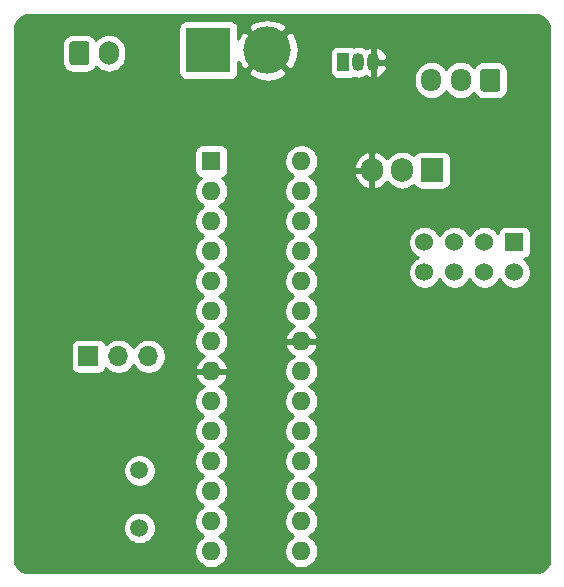
<source format=gbr>
G04 #@! TF.GenerationSoftware,KiCad,Pcbnew,5.1.6-c6e7f7d~87~ubuntu20.04.1*
G04 #@! TF.CreationDate,2020-09-27T23:00:53+02:00*
G04 #@! TF.ProjectId,soil_humidity_module,736f696c-5f68-4756-9d69-646974795f6d,rev?*
G04 #@! TF.SameCoordinates,Original*
G04 #@! TF.FileFunction,Copper,L4,Bot*
G04 #@! TF.FilePolarity,Positive*
%FSLAX46Y46*%
G04 Gerber Fmt 4.6, Leading zero omitted, Abs format (unit mm)*
G04 Created by KiCad (PCBNEW 5.1.6-c6e7f7d~87~ubuntu20.04.1) date 2020-09-27 23:00:53*
%MOMM*%
%LPD*%
G01*
G04 APERTURE LIST*
G04 #@! TA.AperFunction,ComponentPad*
%ADD10O,1.700000X2.000000*%
G04 #@! TD*
G04 #@! TA.AperFunction,ComponentPad*
%ADD11O,1.700000X1.700000*%
G04 #@! TD*
G04 #@! TA.AperFunction,ComponentPad*
%ADD12R,1.700000X1.700000*%
G04 #@! TD*
G04 #@! TA.AperFunction,ComponentPad*
%ADD13C,1.524000*%
G04 #@! TD*
G04 #@! TA.AperFunction,ComponentPad*
%ADD14R,1.524000X1.524000*%
G04 #@! TD*
G04 #@! TA.AperFunction,ComponentPad*
%ADD15R,3.800000X3.800000*%
G04 #@! TD*
G04 #@! TA.AperFunction,ComponentPad*
%ADD16C,4.000000*%
G04 #@! TD*
G04 #@! TA.AperFunction,ComponentPad*
%ADD17R,1.905000X2.000000*%
G04 #@! TD*
G04 #@! TA.AperFunction,ComponentPad*
%ADD18O,1.905000X2.000000*%
G04 #@! TD*
G04 #@! TA.AperFunction,ComponentPad*
%ADD19O,1.050000X1.500000*%
G04 #@! TD*
G04 #@! TA.AperFunction,ComponentPad*
%ADD20R,1.050000X1.500000*%
G04 #@! TD*
G04 #@! TA.AperFunction,ComponentPad*
%ADD21O,1.700000X1.950000*%
G04 #@! TD*
G04 #@! TA.AperFunction,ComponentPad*
%ADD22R,1.600000X1.600000*%
G04 #@! TD*
G04 #@! TA.AperFunction,ComponentPad*
%ADD23O,1.600000X1.600000*%
G04 #@! TD*
G04 #@! TA.AperFunction,ComponentPad*
%ADD24C,1.500000*%
G04 #@! TD*
G04 #@! TA.AperFunction,ViaPad*
%ADD25C,0.800000*%
G04 #@! TD*
G04 #@! TA.AperFunction,Conductor*
%ADD26C,0.254000*%
G04 #@! TD*
G04 APERTURE END LIST*
D10*
X137120000Y-84074000D03*
G04 #@! TA.AperFunction,ComponentPad*
G36*
G01*
X133770000Y-84824000D02*
X133770000Y-83324000D01*
G75*
G02*
X134020000Y-83074000I250000J0D01*
G01*
X135220000Y-83074000D01*
G75*
G02*
X135470000Y-83324000I0J-250000D01*
G01*
X135470000Y-84824000D01*
G75*
G02*
X135220000Y-85074000I-250000J0D01*
G01*
X134020000Y-85074000D01*
G75*
G02*
X133770000Y-84824000I0J250000D01*
G01*
G37*
G04 #@! TD.AperFunction*
D11*
X140462000Y-109728000D03*
X137922000Y-109728000D03*
D12*
X135382000Y-109728000D03*
D13*
X163830000Y-102616000D03*
X163830000Y-100076000D03*
X166370000Y-102616000D03*
X166370000Y-100076000D03*
X168910000Y-102616000D03*
X168910000Y-100076000D03*
X171450000Y-102616000D03*
D14*
X171450000Y-100076000D03*
D15*
X145542000Y-83820000D03*
D16*
X150542000Y-83820000D03*
D17*
X164470000Y-93980000D03*
D18*
X161930000Y-93980000D03*
X159390000Y-93980000D03*
D19*
X158242000Y-84836000D03*
X159512000Y-84836000D03*
D20*
X156972000Y-84836000D03*
G04 #@! TA.AperFunction,ComponentPad*
G36*
G01*
X170268000Y-85635000D02*
X170268000Y-87085000D01*
G75*
G02*
X170018000Y-87335000I-250000J0D01*
G01*
X168818000Y-87335000D01*
G75*
G02*
X168568000Y-87085000I0J250000D01*
G01*
X168568000Y-85635000D01*
G75*
G02*
X168818000Y-85385000I250000J0D01*
G01*
X170018000Y-85385000D01*
G75*
G02*
X170268000Y-85635000I0J-250000D01*
G01*
G37*
G04 #@! TD.AperFunction*
D21*
X166918000Y-86360000D03*
X164418000Y-86360000D03*
D22*
X145796000Y-93218000D03*
D23*
X153416000Y-126238000D03*
X145796000Y-95758000D03*
X153416000Y-123698000D03*
X145796000Y-98298000D03*
X153416000Y-121158000D03*
X145796000Y-100838000D03*
X153416000Y-118618000D03*
X145796000Y-103378000D03*
X153416000Y-116078000D03*
X145796000Y-105918000D03*
X153416000Y-113538000D03*
X145796000Y-108458000D03*
X153416000Y-110998000D03*
X145796000Y-110998000D03*
X153416000Y-108458000D03*
X145796000Y-113538000D03*
X153416000Y-105918000D03*
X145796000Y-116078000D03*
X153416000Y-103378000D03*
X145796000Y-118618000D03*
X153416000Y-100838000D03*
X145796000Y-121158000D03*
X153416000Y-98298000D03*
X145796000Y-123698000D03*
X153416000Y-95758000D03*
X145796000Y-126238000D03*
X153416000Y-93218000D03*
D24*
X139700000Y-119380000D03*
X139700000Y-124260000D03*
D25*
X158998500Y-86749300D03*
X156240300Y-116835900D03*
X135360500Y-122024000D03*
X168866400Y-97988000D03*
X157582200Y-89766500D03*
X171428900Y-97987300D03*
X140426500Y-92510200D03*
X153891200Y-89350700D03*
X138001300Y-98101600D03*
D26*
G36*
X173425634Y-80838004D02*
G01*
X173744724Y-81007667D01*
X174024781Y-81236076D01*
X174255141Y-81514534D01*
X174371000Y-81728810D01*
X174371000Y-127073266D01*
X174357451Y-127210834D01*
X174262333Y-127389724D01*
X174033924Y-127669781D01*
X173755466Y-127900141D01*
X173719621Y-127919522D01*
X173668189Y-127935124D01*
X173491766Y-127952500D01*
X130038234Y-127952500D01*
X129861811Y-127935124D01*
X129805307Y-127917984D01*
X129785276Y-127907333D01*
X129505219Y-127678924D01*
X129274859Y-127400466D01*
X129172599Y-127211340D01*
X129159000Y-127073266D01*
X129159000Y-124123589D01*
X138315000Y-124123589D01*
X138315000Y-124396411D01*
X138368225Y-124663989D01*
X138472629Y-124916043D01*
X138624201Y-125142886D01*
X138817114Y-125335799D01*
X139043957Y-125487371D01*
X139296011Y-125591775D01*
X139563589Y-125645000D01*
X139836411Y-125645000D01*
X140103989Y-125591775D01*
X140356043Y-125487371D01*
X140582886Y-125335799D01*
X140775799Y-125142886D01*
X140927371Y-124916043D01*
X141031775Y-124663989D01*
X141085000Y-124396411D01*
X141085000Y-124123589D01*
X141031775Y-123856011D01*
X140927371Y-123603957D01*
X140775799Y-123377114D01*
X140582886Y-123184201D01*
X140356043Y-123032629D01*
X140103989Y-122928225D01*
X139836411Y-122875000D01*
X139563589Y-122875000D01*
X139296011Y-122928225D01*
X139043957Y-123032629D01*
X138817114Y-123184201D01*
X138624201Y-123377114D01*
X138472629Y-123603957D01*
X138368225Y-123856011D01*
X138315000Y-124123589D01*
X129159000Y-124123589D01*
X129159000Y-119243589D01*
X138315000Y-119243589D01*
X138315000Y-119516411D01*
X138368225Y-119783989D01*
X138472629Y-120036043D01*
X138624201Y-120262886D01*
X138817114Y-120455799D01*
X139043957Y-120607371D01*
X139296011Y-120711775D01*
X139563589Y-120765000D01*
X139836411Y-120765000D01*
X140103989Y-120711775D01*
X140356043Y-120607371D01*
X140582886Y-120455799D01*
X140775799Y-120262886D01*
X140927371Y-120036043D01*
X141031775Y-119783989D01*
X141085000Y-119516411D01*
X141085000Y-119243589D01*
X141031775Y-118976011D01*
X140927371Y-118723957D01*
X140775799Y-118497114D01*
X140582886Y-118304201D01*
X140356043Y-118152629D01*
X140103989Y-118048225D01*
X139836411Y-117995000D01*
X139563589Y-117995000D01*
X139296011Y-118048225D01*
X139043957Y-118152629D01*
X138817114Y-118304201D01*
X138624201Y-118497114D01*
X138472629Y-118723957D01*
X138368225Y-118976011D01*
X138315000Y-119243589D01*
X129159000Y-119243589D01*
X129159000Y-113396665D01*
X144361000Y-113396665D01*
X144361000Y-113679335D01*
X144416147Y-113956574D01*
X144524320Y-114217727D01*
X144681363Y-114452759D01*
X144881241Y-114652637D01*
X145113759Y-114808000D01*
X144881241Y-114963363D01*
X144681363Y-115163241D01*
X144524320Y-115398273D01*
X144416147Y-115659426D01*
X144361000Y-115936665D01*
X144361000Y-116219335D01*
X144416147Y-116496574D01*
X144524320Y-116757727D01*
X144681363Y-116992759D01*
X144881241Y-117192637D01*
X145113759Y-117348000D01*
X144881241Y-117503363D01*
X144681363Y-117703241D01*
X144524320Y-117938273D01*
X144416147Y-118199426D01*
X144361000Y-118476665D01*
X144361000Y-118759335D01*
X144416147Y-119036574D01*
X144524320Y-119297727D01*
X144681363Y-119532759D01*
X144881241Y-119732637D01*
X145113759Y-119888000D01*
X144881241Y-120043363D01*
X144681363Y-120243241D01*
X144524320Y-120478273D01*
X144416147Y-120739426D01*
X144361000Y-121016665D01*
X144361000Y-121299335D01*
X144416147Y-121576574D01*
X144524320Y-121837727D01*
X144681363Y-122072759D01*
X144881241Y-122272637D01*
X145113759Y-122428000D01*
X144881241Y-122583363D01*
X144681363Y-122783241D01*
X144524320Y-123018273D01*
X144416147Y-123279426D01*
X144361000Y-123556665D01*
X144361000Y-123839335D01*
X144416147Y-124116574D01*
X144524320Y-124377727D01*
X144681363Y-124612759D01*
X144881241Y-124812637D01*
X145113759Y-124968000D01*
X144881241Y-125123363D01*
X144681363Y-125323241D01*
X144524320Y-125558273D01*
X144416147Y-125819426D01*
X144361000Y-126096665D01*
X144361000Y-126379335D01*
X144416147Y-126656574D01*
X144524320Y-126917727D01*
X144681363Y-127152759D01*
X144881241Y-127352637D01*
X145116273Y-127509680D01*
X145377426Y-127617853D01*
X145654665Y-127673000D01*
X145937335Y-127673000D01*
X146214574Y-127617853D01*
X146475727Y-127509680D01*
X146710759Y-127352637D01*
X146910637Y-127152759D01*
X147067680Y-126917727D01*
X147175853Y-126656574D01*
X147231000Y-126379335D01*
X147231000Y-126096665D01*
X147175853Y-125819426D01*
X147067680Y-125558273D01*
X146910637Y-125323241D01*
X146710759Y-125123363D01*
X146478241Y-124968000D01*
X146710759Y-124812637D01*
X146910637Y-124612759D01*
X147067680Y-124377727D01*
X147175853Y-124116574D01*
X147231000Y-123839335D01*
X147231000Y-123556665D01*
X147175853Y-123279426D01*
X147067680Y-123018273D01*
X146910637Y-122783241D01*
X146710759Y-122583363D01*
X146478241Y-122428000D01*
X146710759Y-122272637D01*
X146910637Y-122072759D01*
X147067680Y-121837727D01*
X147175853Y-121576574D01*
X147231000Y-121299335D01*
X147231000Y-121016665D01*
X147175853Y-120739426D01*
X147067680Y-120478273D01*
X146910637Y-120243241D01*
X146710759Y-120043363D01*
X146478241Y-119888000D01*
X146710759Y-119732637D01*
X146910637Y-119532759D01*
X147067680Y-119297727D01*
X147175853Y-119036574D01*
X147231000Y-118759335D01*
X147231000Y-118476665D01*
X147175853Y-118199426D01*
X147067680Y-117938273D01*
X146910637Y-117703241D01*
X146710759Y-117503363D01*
X146478241Y-117348000D01*
X146710759Y-117192637D01*
X146910637Y-116992759D01*
X147067680Y-116757727D01*
X147175853Y-116496574D01*
X147231000Y-116219335D01*
X147231000Y-115936665D01*
X147175853Y-115659426D01*
X147067680Y-115398273D01*
X146910637Y-115163241D01*
X146710759Y-114963363D01*
X146478241Y-114808000D01*
X146710759Y-114652637D01*
X146910637Y-114452759D01*
X147067680Y-114217727D01*
X147175853Y-113956574D01*
X147231000Y-113679335D01*
X147231000Y-113396665D01*
X147175853Y-113119426D01*
X147067680Y-112858273D01*
X146910637Y-112623241D01*
X146710759Y-112423363D01*
X146475727Y-112266320D01*
X146465135Y-112261933D01*
X146651131Y-112150385D01*
X146859519Y-111961414D01*
X147027037Y-111735420D01*
X147147246Y-111481087D01*
X147187904Y-111347039D01*
X147065915Y-111125000D01*
X145923000Y-111125000D01*
X145923000Y-111145000D01*
X145669000Y-111145000D01*
X145669000Y-111125000D01*
X144526085Y-111125000D01*
X144404096Y-111347039D01*
X144444754Y-111481087D01*
X144564963Y-111735420D01*
X144732481Y-111961414D01*
X144940869Y-112150385D01*
X145126865Y-112261933D01*
X145116273Y-112266320D01*
X144881241Y-112423363D01*
X144681363Y-112623241D01*
X144524320Y-112858273D01*
X144416147Y-113119426D01*
X144361000Y-113396665D01*
X129159000Y-113396665D01*
X129159000Y-108878000D01*
X133893928Y-108878000D01*
X133893928Y-110578000D01*
X133906188Y-110702482D01*
X133942498Y-110822180D01*
X134001463Y-110932494D01*
X134080815Y-111029185D01*
X134177506Y-111108537D01*
X134287820Y-111167502D01*
X134407518Y-111203812D01*
X134532000Y-111216072D01*
X136232000Y-111216072D01*
X136356482Y-111203812D01*
X136476180Y-111167502D01*
X136586494Y-111108537D01*
X136683185Y-111029185D01*
X136762537Y-110932494D01*
X136821502Y-110822180D01*
X136843513Y-110749620D01*
X136975368Y-110881475D01*
X137218589Y-111043990D01*
X137488842Y-111155932D01*
X137775740Y-111213000D01*
X138068260Y-111213000D01*
X138355158Y-111155932D01*
X138625411Y-111043990D01*
X138868632Y-110881475D01*
X139075475Y-110674632D01*
X139192000Y-110500240D01*
X139308525Y-110674632D01*
X139515368Y-110881475D01*
X139758589Y-111043990D01*
X140028842Y-111155932D01*
X140315740Y-111213000D01*
X140608260Y-111213000D01*
X140895158Y-111155932D01*
X141165411Y-111043990D01*
X141408632Y-110881475D01*
X141615475Y-110674632D01*
X141777990Y-110431411D01*
X141889932Y-110161158D01*
X141947000Y-109874260D01*
X141947000Y-109581740D01*
X141889932Y-109294842D01*
X141777990Y-109024589D01*
X141615475Y-108781368D01*
X141408632Y-108574525D01*
X141165411Y-108412010D01*
X140895158Y-108300068D01*
X140608260Y-108243000D01*
X140315740Y-108243000D01*
X140028842Y-108300068D01*
X139758589Y-108412010D01*
X139515368Y-108574525D01*
X139308525Y-108781368D01*
X139192000Y-108955760D01*
X139075475Y-108781368D01*
X138868632Y-108574525D01*
X138625411Y-108412010D01*
X138355158Y-108300068D01*
X138068260Y-108243000D01*
X137775740Y-108243000D01*
X137488842Y-108300068D01*
X137218589Y-108412010D01*
X136975368Y-108574525D01*
X136843513Y-108706380D01*
X136821502Y-108633820D01*
X136762537Y-108523506D01*
X136683185Y-108426815D01*
X136586494Y-108347463D01*
X136476180Y-108288498D01*
X136356482Y-108252188D01*
X136232000Y-108239928D01*
X134532000Y-108239928D01*
X134407518Y-108252188D01*
X134287820Y-108288498D01*
X134177506Y-108347463D01*
X134080815Y-108426815D01*
X134001463Y-108523506D01*
X133942498Y-108633820D01*
X133906188Y-108753518D01*
X133893928Y-108878000D01*
X129159000Y-108878000D01*
X129159000Y-92418000D01*
X144357928Y-92418000D01*
X144357928Y-94018000D01*
X144370188Y-94142482D01*
X144406498Y-94262180D01*
X144465463Y-94372494D01*
X144544815Y-94469185D01*
X144641506Y-94548537D01*
X144751820Y-94607502D01*
X144871518Y-94643812D01*
X144879961Y-94644643D01*
X144681363Y-94843241D01*
X144524320Y-95078273D01*
X144416147Y-95339426D01*
X144361000Y-95616665D01*
X144361000Y-95899335D01*
X144416147Y-96176574D01*
X144524320Y-96437727D01*
X144681363Y-96672759D01*
X144881241Y-96872637D01*
X145113759Y-97028000D01*
X144881241Y-97183363D01*
X144681363Y-97383241D01*
X144524320Y-97618273D01*
X144416147Y-97879426D01*
X144361000Y-98156665D01*
X144361000Y-98439335D01*
X144416147Y-98716574D01*
X144524320Y-98977727D01*
X144681363Y-99212759D01*
X144881241Y-99412637D01*
X145113759Y-99568000D01*
X144881241Y-99723363D01*
X144681363Y-99923241D01*
X144524320Y-100158273D01*
X144416147Y-100419426D01*
X144361000Y-100696665D01*
X144361000Y-100979335D01*
X144416147Y-101256574D01*
X144524320Y-101517727D01*
X144681363Y-101752759D01*
X144881241Y-101952637D01*
X145113759Y-102108000D01*
X144881241Y-102263363D01*
X144681363Y-102463241D01*
X144524320Y-102698273D01*
X144416147Y-102959426D01*
X144361000Y-103236665D01*
X144361000Y-103519335D01*
X144416147Y-103796574D01*
X144524320Y-104057727D01*
X144681363Y-104292759D01*
X144881241Y-104492637D01*
X145113759Y-104648000D01*
X144881241Y-104803363D01*
X144681363Y-105003241D01*
X144524320Y-105238273D01*
X144416147Y-105499426D01*
X144361000Y-105776665D01*
X144361000Y-106059335D01*
X144416147Y-106336574D01*
X144524320Y-106597727D01*
X144681363Y-106832759D01*
X144881241Y-107032637D01*
X145113759Y-107188000D01*
X144881241Y-107343363D01*
X144681363Y-107543241D01*
X144524320Y-107778273D01*
X144416147Y-108039426D01*
X144361000Y-108316665D01*
X144361000Y-108599335D01*
X144416147Y-108876574D01*
X144524320Y-109137727D01*
X144681363Y-109372759D01*
X144881241Y-109572637D01*
X145116273Y-109729680D01*
X145126865Y-109734067D01*
X144940869Y-109845615D01*
X144732481Y-110034586D01*
X144564963Y-110260580D01*
X144444754Y-110514913D01*
X144404096Y-110648961D01*
X144526085Y-110871000D01*
X145669000Y-110871000D01*
X145669000Y-110851000D01*
X145923000Y-110851000D01*
X145923000Y-110871000D01*
X147065915Y-110871000D01*
X147073790Y-110856665D01*
X151981000Y-110856665D01*
X151981000Y-111139335D01*
X152036147Y-111416574D01*
X152144320Y-111677727D01*
X152301363Y-111912759D01*
X152501241Y-112112637D01*
X152733759Y-112268000D01*
X152501241Y-112423363D01*
X152301363Y-112623241D01*
X152144320Y-112858273D01*
X152036147Y-113119426D01*
X151981000Y-113396665D01*
X151981000Y-113679335D01*
X152036147Y-113956574D01*
X152144320Y-114217727D01*
X152301363Y-114452759D01*
X152501241Y-114652637D01*
X152733759Y-114808000D01*
X152501241Y-114963363D01*
X152301363Y-115163241D01*
X152144320Y-115398273D01*
X152036147Y-115659426D01*
X151981000Y-115936665D01*
X151981000Y-116219335D01*
X152036147Y-116496574D01*
X152144320Y-116757727D01*
X152301363Y-116992759D01*
X152501241Y-117192637D01*
X152733759Y-117348000D01*
X152501241Y-117503363D01*
X152301363Y-117703241D01*
X152144320Y-117938273D01*
X152036147Y-118199426D01*
X151981000Y-118476665D01*
X151981000Y-118759335D01*
X152036147Y-119036574D01*
X152144320Y-119297727D01*
X152301363Y-119532759D01*
X152501241Y-119732637D01*
X152733759Y-119888000D01*
X152501241Y-120043363D01*
X152301363Y-120243241D01*
X152144320Y-120478273D01*
X152036147Y-120739426D01*
X151981000Y-121016665D01*
X151981000Y-121299335D01*
X152036147Y-121576574D01*
X152144320Y-121837727D01*
X152301363Y-122072759D01*
X152501241Y-122272637D01*
X152733759Y-122428000D01*
X152501241Y-122583363D01*
X152301363Y-122783241D01*
X152144320Y-123018273D01*
X152036147Y-123279426D01*
X151981000Y-123556665D01*
X151981000Y-123839335D01*
X152036147Y-124116574D01*
X152144320Y-124377727D01*
X152301363Y-124612759D01*
X152501241Y-124812637D01*
X152733759Y-124968000D01*
X152501241Y-125123363D01*
X152301363Y-125323241D01*
X152144320Y-125558273D01*
X152036147Y-125819426D01*
X151981000Y-126096665D01*
X151981000Y-126379335D01*
X152036147Y-126656574D01*
X152144320Y-126917727D01*
X152301363Y-127152759D01*
X152501241Y-127352637D01*
X152736273Y-127509680D01*
X152997426Y-127617853D01*
X153274665Y-127673000D01*
X153557335Y-127673000D01*
X153834574Y-127617853D01*
X154095727Y-127509680D01*
X154330759Y-127352637D01*
X154530637Y-127152759D01*
X154687680Y-126917727D01*
X154795853Y-126656574D01*
X154851000Y-126379335D01*
X154851000Y-126096665D01*
X154795853Y-125819426D01*
X154687680Y-125558273D01*
X154530637Y-125323241D01*
X154330759Y-125123363D01*
X154098241Y-124968000D01*
X154330759Y-124812637D01*
X154530637Y-124612759D01*
X154687680Y-124377727D01*
X154795853Y-124116574D01*
X154851000Y-123839335D01*
X154851000Y-123556665D01*
X154795853Y-123279426D01*
X154687680Y-123018273D01*
X154530637Y-122783241D01*
X154330759Y-122583363D01*
X154098241Y-122428000D01*
X154330759Y-122272637D01*
X154530637Y-122072759D01*
X154687680Y-121837727D01*
X154795853Y-121576574D01*
X154851000Y-121299335D01*
X154851000Y-121016665D01*
X154795853Y-120739426D01*
X154687680Y-120478273D01*
X154530637Y-120243241D01*
X154330759Y-120043363D01*
X154098241Y-119888000D01*
X154330759Y-119732637D01*
X154530637Y-119532759D01*
X154687680Y-119297727D01*
X154795853Y-119036574D01*
X154851000Y-118759335D01*
X154851000Y-118476665D01*
X154795853Y-118199426D01*
X154687680Y-117938273D01*
X154530637Y-117703241D01*
X154330759Y-117503363D01*
X154098241Y-117348000D01*
X154330759Y-117192637D01*
X154530637Y-116992759D01*
X154687680Y-116757727D01*
X154795853Y-116496574D01*
X154851000Y-116219335D01*
X154851000Y-115936665D01*
X154795853Y-115659426D01*
X154687680Y-115398273D01*
X154530637Y-115163241D01*
X154330759Y-114963363D01*
X154098241Y-114808000D01*
X154330759Y-114652637D01*
X154530637Y-114452759D01*
X154687680Y-114217727D01*
X154795853Y-113956574D01*
X154851000Y-113679335D01*
X154851000Y-113396665D01*
X154795853Y-113119426D01*
X154687680Y-112858273D01*
X154530637Y-112623241D01*
X154330759Y-112423363D01*
X154098241Y-112268000D01*
X154330759Y-112112637D01*
X154530637Y-111912759D01*
X154687680Y-111677727D01*
X154795853Y-111416574D01*
X154851000Y-111139335D01*
X154851000Y-110856665D01*
X154795853Y-110579426D01*
X154687680Y-110318273D01*
X154530637Y-110083241D01*
X154330759Y-109883363D01*
X154095727Y-109726320D01*
X154085135Y-109721933D01*
X154271131Y-109610385D01*
X154479519Y-109421414D01*
X154647037Y-109195420D01*
X154767246Y-108941087D01*
X154807904Y-108807039D01*
X154685915Y-108585000D01*
X153543000Y-108585000D01*
X153543000Y-108605000D01*
X153289000Y-108605000D01*
X153289000Y-108585000D01*
X152146085Y-108585000D01*
X152024096Y-108807039D01*
X152064754Y-108941087D01*
X152184963Y-109195420D01*
X152352481Y-109421414D01*
X152560869Y-109610385D01*
X152746865Y-109721933D01*
X152736273Y-109726320D01*
X152501241Y-109883363D01*
X152301363Y-110083241D01*
X152144320Y-110318273D01*
X152036147Y-110579426D01*
X151981000Y-110856665D01*
X147073790Y-110856665D01*
X147187904Y-110648961D01*
X147147246Y-110514913D01*
X147027037Y-110260580D01*
X146859519Y-110034586D01*
X146651131Y-109845615D01*
X146465135Y-109734067D01*
X146475727Y-109729680D01*
X146710759Y-109572637D01*
X146910637Y-109372759D01*
X147067680Y-109137727D01*
X147175853Y-108876574D01*
X147231000Y-108599335D01*
X147231000Y-108316665D01*
X147175853Y-108039426D01*
X147067680Y-107778273D01*
X146910637Y-107543241D01*
X146710759Y-107343363D01*
X146478241Y-107188000D01*
X146710759Y-107032637D01*
X146910637Y-106832759D01*
X147067680Y-106597727D01*
X147175853Y-106336574D01*
X147231000Y-106059335D01*
X147231000Y-105776665D01*
X147175853Y-105499426D01*
X147067680Y-105238273D01*
X146910637Y-105003241D01*
X146710759Y-104803363D01*
X146478241Y-104648000D01*
X146710759Y-104492637D01*
X146910637Y-104292759D01*
X147067680Y-104057727D01*
X147175853Y-103796574D01*
X147231000Y-103519335D01*
X147231000Y-103236665D01*
X147175853Y-102959426D01*
X147067680Y-102698273D01*
X146910637Y-102463241D01*
X146710759Y-102263363D01*
X146478241Y-102108000D01*
X146710759Y-101952637D01*
X146910637Y-101752759D01*
X147067680Y-101517727D01*
X147175853Y-101256574D01*
X147231000Y-100979335D01*
X147231000Y-100696665D01*
X147175853Y-100419426D01*
X147067680Y-100158273D01*
X146910637Y-99923241D01*
X146710759Y-99723363D01*
X146478241Y-99568000D01*
X146710759Y-99412637D01*
X146910637Y-99212759D01*
X147067680Y-98977727D01*
X147175853Y-98716574D01*
X147231000Y-98439335D01*
X147231000Y-98156665D01*
X147175853Y-97879426D01*
X147067680Y-97618273D01*
X146910637Y-97383241D01*
X146710759Y-97183363D01*
X146478241Y-97028000D01*
X146710759Y-96872637D01*
X146910637Y-96672759D01*
X147067680Y-96437727D01*
X147175853Y-96176574D01*
X147231000Y-95899335D01*
X147231000Y-95616665D01*
X147175853Y-95339426D01*
X147067680Y-95078273D01*
X146910637Y-94843241D01*
X146712039Y-94644643D01*
X146720482Y-94643812D01*
X146840180Y-94607502D01*
X146950494Y-94548537D01*
X147047185Y-94469185D01*
X147126537Y-94372494D01*
X147185502Y-94262180D01*
X147221812Y-94142482D01*
X147234072Y-94018000D01*
X147234072Y-93076665D01*
X151981000Y-93076665D01*
X151981000Y-93359335D01*
X152036147Y-93636574D01*
X152144320Y-93897727D01*
X152301363Y-94132759D01*
X152501241Y-94332637D01*
X152733759Y-94488000D01*
X152501241Y-94643363D01*
X152301363Y-94843241D01*
X152144320Y-95078273D01*
X152036147Y-95339426D01*
X151981000Y-95616665D01*
X151981000Y-95899335D01*
X152036147Y-96176574D01*
X152144320Y-96437727D01*
X152301363Y-96672759D01*
X152501241Y-96872637D01*
X152733759Y-97028000D01*
X152501241Y-97183363D01*
X152301363Y-97383241D01*
X152144320Y-97618273D01*
X152036147Y-97879426D01*
X151981000Y-98156665D01*
X151981000Y-98439335D01*
X152036147Y-98716574D01*
X152144320Y-98977727D01*
X152301363Y-99212759D01*
X152501241Y-99412637D01*
X152733759Y-99568000D01*
X152501241Y-99723363D01*
X152301363Y-99923241D01*
X152144320Y-100158273D01*
X152036147Y-100419426D01*
X151981000Y-100696665D01*
X151981000Y-100979335D01*
X152036147Y-101256574D01*
X152144320Y-101517727D01*
X152301363Y-101752759D01*
X152501241Y-101952637D01*
X152733759Y-102108000D01*
X152501241Y-102263363D01*
X152301363Y-102463241D01*
X152144320Y-102698273D01*
X152036147Y-102959426D01*
X151981000Y-103236665D01*
X151981000Y-103519335D01*
X152036147Y-103796574D01*
X152144320Y-104057727D01*
X152301363Y-104292759D01*
X152501241Y-104492637D01*
X152733759Y-104648000D01*
X152501241Y-104803363D01*
X152301363Y-105003241D01*
X152144320Y-105238273D01*
X152036147Y-105499426D01*
X151981000Y-105776665D01*
X151981000Y-106059335D01*
X152036147Y-106336574D01*
X152144320Y-106597727D01*
X152301363Y-106832759D01*
X152501241Y-107032637D01*
X152736273Y-107189680D01*
X152746865Y-107194067D01*
X152560869Y-107305615D01*
X152352481Y-107494586D01*
X152184963Y-107720580D01*
X152064754Y-107974913D01*
X152024096Y-108108961D01*
X152146085Y-108331000D01*
X153289000Y-108331000D01*
X153289000Y-108311000D01*
X153543000Y-108311000D01*
X153543000Y-108331000D01*
X154685915Y-108331000D01*
X154807904Y-108108961D01*
X154767246Y-107974913D01*
X154647037Y-107720580D01*
X154479519Y-107494586D01*
X154271131Y-107305615D01*
X154085135Y-107194067D01*
X154095727Y-107189680D01*
X154330759Y-107032637D01*
X154530637Y-106832759D01*
X154687680Y-106597727D01*
X154795853Y-106336574D01*
X154851000Y-106059335D01*
X154851000Y-105776665D01*
X154795853Y-105499426D01*
X154687680Y-105238273D01*
X154530637Y-105003241D01*
X154330759Y-104803363D01*
X154098241Y-104648000D01*
X154330759Y-104492637D01*
X154530637Y-104292759D01*
X154687680Y-104057727D01*
X154795853Y-103796574D01*
X154851000Y-103519335D01*
X154851000Y-103236665D01*
X154795853Y-102959426D01*
X154687680Y-102698273D01*
X154530637Y-102463241D01*
X154330759Y-102263363D01*
X154098241Y-102108000D01*
X154330759Y-101952637D01*
X154530637Y-101752759D01*
X154687680Y-101517727D01*
X154795853Y-101256574D01*
X154851000Y-100979335D01*
X154851000Y-100696665D01*
X154795853Y-100419426D01*
X154687680Y-100158273D01*
X154540772Y-99938408D01*
X162433000Y-99938408D01*
X162433000Y-100213592D01*
X162486686Y-100483490D01*
X162591995Y-100737727D01*
X162744880Y-100966535D01*
X162939465Y-101161120D01*
X163168273Y-101314005D01*
X163245515Y-101346000D01*
X163168273Y-101377995D01*
X162939465Y-101530880D01*
X162744880Y-101725465D01*
X162591995Y-101954273D01*
X162486686Y-102208510D01*
X162433000Y-102478408D01*
X162433000Y-102753592D01*
X162486686Y-103023490D01*
X162591995Y-103277727D01*
X162744880Y-103506535D01*
X162939465Y-103701120D01*
X163168273Y-103854005D01*
X163422510Y-103959314D01*
X163692408Y-104013000D01*
X163967592Y-104013000D01*
X164237490Y-103959314D01*
X164491727Y-103854005D01*
X164720535Y-103701120D01*
X164915120Y-103506535D01*
X165068005Y-103277727D01*
X165100000Y-103200485D01*
X165131995Y-103277727D01*
X165284880Y-103506535D01*
X165479465Y-103701120D01*
X165708273Y-103854005D01*
X165962510Y-103959314D01*
X166232408Y-104013000D01*
X166507592Y-104013000D01*
X166777490Y-103959314D01*
X167031727Y-103854005D01*
X167260535Y-103701120D01*
X167455120Y-103506535D01*
X167608005Y-103277727D01*
X167640000Y-103200485D01*
X167671995Y-103277727D01*
X167824880Y-103506535D01*
X168019465Y-103701120D01*
X168248273Y-103854005D01*
X168502510Y-103959314D01*
X168772408Y-104013000D01*
X169047592Y-104013000D01*
X169317490Y-103959314D01*
X169571727Y-103854005D01*
X169800535Y-103701120D01*
X169995120Y-103506535D01*
X170148005Y-103277727D01*
X170180000Y-103200485D01*
X170211995Y-103277727D01*
X170364880Y-103506535D01*
X170559465Y-103701120D01*
X170788273Y-103854005D01*
X171042510Y-103959314D01*
X171312408Y-104013000D01*
X171587592Y-104013000D01*
X171857490Y-103959314D01*
X172111727Y-103854005D01*
X172340535Y-103701120D01*
X172535120Y-103506535D01*
X172688005Y-103277727D01*
X172793314Y-103023490D01*
X172847000Y-102753592D01*
X172847000Y-102478408D01*
X172793314Y-102208510D01*
X172688005Y-101954273D01*
X172535120Y-101725465D01*
X172340535Y-101530880D01*
X172252535Y-101472080D01*
X172336482Y-101463812D01*
X172456180Y-101427502D01*
X172566494Y-101368537D01*
X172663185Y-101289185D01*
X172742537Y-101192494D01*
X172801502Y-101082180D01*
X172837812Y-100962482D01*
X172850072Y-100838000D01*
X172850072Y-99314000D01*
X172837812Y-99189518D01*
X172801502Y-99069820D01*
X172742537Y-98959506D01*
X172663185Y-98862815D01*
X172566494Y-98783463D01*
X172456180Y-98724498D01*
X172336482Y-98688188D01*
X172212000Y-98675928D01*
X170688000Y-98675928D01*
X170563518Y-98688188D01*
X170443820Y-98724498D01*
X170333506Y-98783463D01*
X170236815Y-98862815D01*
X170157463Y-98959506D01*
X170098498Y-99069820D01*
X170062188Y-99189518D01*
X170053920Y-99273465D01*
X169995120Y-99185465D01*
X169800535Y-98990880D01*
X169571727Y-98837995D01*
X169317490Y-98732686D01*
X169047592Y-98679000D01*
X168772408Y-98679000D01*
X168502510Y-98732686D01*
X168248273Y-98837995D01*
X168019465Y-98990880D01*
X167824880Y-99185465D01*
X167671995Y-99414273D01*
X167640000Y-99491515D01*
X167608005Y-99414273D01*
X167455120Y-99185465D01*
X167260535Y-98990880D01*
X167031727Y-98837995D01*
X166777490Y-98732686D01*
X166507592Y-98679000D01*
X166232408Y-98679000D01*
X165962510Y-98732686D01*
X165708273Y-98837995D01*
X165479465Y-98990880D01*
X165284880Y-99185465D01*
X165131995Y-99414273D01*
X165100000Y-99491515D01*
X165068005Y-99414273D01*
X164915120Y-99185465D01*
X164720535Y-98990880D01*
X164491727Y-98837995D01*
X164237490Y-98732686D01*
X163967592Y-98679000D01*
X163692408Y-98679000D01*
X163422510Y-98732686D01*
X163168273Y-98837995D01*
X162939465Y-98990880D01*
X162744880Y-99185465D01*
X162591995Y-99414273D01*
X162486686Y-99668510D01*
X162433000Y-99938408D01*
X154540772Y-99938408D01*
X154530637Y-99923241D01*
X154330759Y-99723363D01*
X154098241Y-99568000D01*
X154330759Y-99412637D01*
X154530637Y-99212759D01*
X154687680Y-98977727D01*
X154795853Y-98716574D01*
X154851000Y-98439335D01*
X154851000Y-98156665D01*
X154795853Y-97879426D01*
X154687680Y-97618273D01*
X154530637Y-97383241D01*
X154330759Y-97183363D01*
X154098241Y-97028000D01*
X154330759Y-96872637D01*
X154530637Y-96672759D01*
X154687680Y-96437727D01*
X154795853Y-96176574D01*
X154851000Y-95899335D01*
X154851000Y-95616665D01*
X154795853Y-95339426D01*
X154687680Y-95078273D01*
X154530637Y-94843241D01*
X154330759Y-94643363D01*
X154098241Y-94488000D01*
X154298991Y-94353863D01*
X157837622Y-94353863D01*
X157931121Y-94650446D01*
X158080684Y-94923089D01*
X158280563Y-95161315D01*
X158523077Y-95355969D01*
X158798906Y-95499571D01*
X159017020Y-95570563D01*
X159263000Y-95450594D01*
X159263000Y-94107000D01*
X157964430Y-94107000D01*
X157837622Y-94353863D01*
X154298991Y-94353863D01*
X154330759Y-94332637D01*
X154530637Y-94132759D01*
X154687680Y-93897727D01*
X154795853Y-93636574D01*
X154801907Y-93606137D01*
X157837622Y-93606137D01*
X157964430Y-93853000D01*
X159263000Y-93853000D01*
X159263000Y-92509406D01*
X159517000Y-92509406D01*
X159517000Y-93853000D01*
X159537000Y-93853000D01*
X159537000Y-94107000D01*
X159517000Y-94107000D01*
X159517000Y-95450594D01*
X159762980Y-95570563D01*
X159981094Y-95499571D01*
X160256923Y-95355969D01*
X160499437Y-95161315D01*
X160654838Y-94976100D01*
X160802037Y-95155463D01*
X161043765Y-95353845D01*
X161319551Y-95501255D01*
X161618796Y-95592030D01*
X161930000Y-95622681D01*
X162241203Y-95592030D01*
X162540448Y-95501255D01*
X162816234Y-95353845D01*
X162942095Y-95250553D01*
X162986963Y-95334494D01*
X163066315Y-95431185D01*
X163163006Y-95510537D01*
X163273320Y-95569502D01*
X163393018Y-95605812D01*
X163517500Y-95618072D01*
X165422500Y-95618072D01*
X165546982Y-95605812D01*
X165666680Y-95569502D01*
X165776994Y-95510537D01*
X165873685Y-95431185D01*
X165953037Y-95334494D01*
X166012002Y-95224180D01*
X166048312Y-95104482D01*
X166060572Y-94980000D01*
X166060572Y-92980000D01*
X166048312Y-92855518D01*
X166012002Y-92735820D01*
X165953037Y-92625506D01*
X165873685Y-92528815D01*
X165776994Y-92449463D01*
X165666680Y-92390498D01*
X165546982Y-92354188D01*
X165422500Y-92341928D01*
X163517500Y-92341928D01*
X163393018Y-92354188D01*
X163273320Y-92390498D01*
X163163006Y-92449463D01*
X163066315Y-92528815D01*
X162986963Y-92625506D01*
X162942095Y-92709446D01*
X162816235Y-92606155D01*
X162540449Y-92458745D01*
X162241204Y-92367970D01*
X161930000Y-92337319D01*
X161618797Y-92367970D01*
X161319552Y-92458745D01*
X161043766Y-92606155D01*
X160802037Y-92804537D01*
X160654837Y-92983899D01*
X160499437Y-92798685D01*
X160256923Y-92604031D01*
X159981094Y-92460429D01*
X159762980Y-92389437D01*
X159517000Y-92509406D01*
X159263000Y-92509406D01*
X159017020Y-92389437D01*
X158798906Y-92460429D01*
X158523077Y-92604031D01*
X158280563Y-92798685D01*
X158080684Y-93036911D01*
X157931121Y-93309554D01*
X157837622Y-93606137D01*
X154801907Y-93606137D01*
X154851000Y-93359335D01*
X154851000Y-93076665D01*
X154795853Y-92799426D01*
X154687680Y-92538273D01*
X154530637Y-92303241D01*
X154330759Y-92103363D01*
X154095727Y-91946320D01*
X153834574Y-91838147D01*
X153557335Y-91783000D01*
X153274665Y-91783000D01*
X152997426Y-91838147D01*
X152736273Y-91946320D01*
X152501241Y-92103363D01*
X152301363Y-92303241D01*
X152144320Y-92538273D01*
X152036147Y-92799426D01*
X151981000Y-93076665D01*
X147234072Y-93076665D01*
X147234072Y-92418000D01*
X147221812Y-92293518D01*
X147185502Y-92173820D01*
X147126537Y-92063506D01*
X147047185Y-91966815D01*
X146950494Y-91887463D01*
X146840180Y-91828498D01*
X146720482Y-91792188D01*
X146596000Y-91779928D01*
X144996000Y-91779928D01*
X144871518Y-91792188D01*
X144751820Y-91828498D01*
X144641506Y-91887463D01*
X144544815Y-91966815D01*
X144465463Y-92063506D01*
X144406498Y-92173820D01*
X144370188Y-92293518D01*
X144357928Y-92418000D01*
X129159000Y-92418000D01*
X129159000Y-83324000D01*
X133131928Y-83324000D01*
X133131928Y-84824000D01*
X133148992Y-84997254D01*
X133199528Y-85163850D01*
X133281595Y-85317386D01*
X133392038Y-85451962D01*
X133526614Y-85562405D01*
X133680150Y-85644472D01*
X133846746Y-85695008D01*
X134020000Y-85712072D01*
X135220000Y-85712072D01*
X135393254Y-85695008D01*
X135559850Y-85644472D01*
X135713386Y-85562405D01*
X135847962Y-85451962D01*
X135958405Y-85317386D01*
X136012777Y-85215663D01*
X136064866Y-85279134D01*
X136290987Y-85464706D01*
X136548967Y-85602599D01*
X136828890Y-85687513D01*
X137120000Y-85716185D01*
X137411111Y-85687513D01*
X137691034Y-85602599D01*
X137949014Y-85464706D01*
X138175134Y-85279134D01*
X138360706Y-85053014D01*
X138498599Y-84795033D01*
X138583513Y-84515110D01*
X138605000Y-84296949D01*
X138605000Y-83851050D01*
X138583513Y-83632889D01*
X138498599Y-83352966D01*
X138360706Y-83094986D01*
X138175134Y-82868866D01*
X137949013Y-82683294D01*
X137691033Y-82545401D01*
X137411110Y-82460487D01*
X137120000Y-82431815D01*
X136828889Y-82460487D01*
X136548966Y-82545401D01*
X136290986Y-82683294D01*
X136064866Y-82868866D01*
X136012777Y-82932337D01*
X135958405Y-82830614D01*
X135847962Y-82696038D01*
X135713386Y-82585595D01*
X135559850Y-82503528D01*
X135393254Y-82452992D01*
X135220000Y-82435928D01*
X134020000Y-82435928D01*
X133846746Y-82452992D01*
X133680150Y-82503528D01*
X133526614Y-82585595D01*
X133392038Y-82696038D01*
X133281595Y-82830614D01*
X133199528Y-82984150D01*
X133148992Y-83150746D01*
X133131928Y-83324000D01*
X129159000Y-83324000D01*
X129159000Y-81920000D01*
X143003928Y-81920000D01*
X143003928Y-85720000D01*
X143016188Y-85844482D01*
X143052498Y-85964180D01*
X143111463Y-86074494D01*
X143190815Y-86171185D01*
X143287506Y-86250537D01*
X143397820Y-86309502D01*
X143517518Y-86345812D01*
X143642000Y-86358072D01*
X147442000Y-86358072D01*
X147566482Y-86345812D01*
X147686180Y-86309502D01*
X147796494Y-86250537D01*
X147893185Y-86171185D01*
X147972537Y-86074494D01*
X148031502Y-85964180D01*
X148067812Y-85844482D01*
X148080072Y-85720000D01*
X148080072Y-85667499D01*
X148874106Y-85667499D01*
X149090228Y-86034258D01*
X149550105Y-86274938D01*
X150048098Y-86421275D01*
X150565071Y-86467648D01*
X151081159Y-86412273D01*
X151576526Y-86257279D01*
X151993772Y-86034258D01*
X152209894Y-85667499D01*
X150542000Y-83999605D01*
X148874106Y-85667499D01*
X148080072Y-85667499D01*
X148080072Y-84775747D01*
X148104721Y-84854526D01*
X148327742Y-85271772D01*
X148694501Y-85487894D01*
X150362395Y-83820000D01*
X150721605Y-83820000D01*
X152389499Y-85487894D01*
X152756258Y-85271772D01*
X152996938Y-84811895D01*
X153143275Y-84313902D01*
X153163718Y-84086000D01*
X155808928Y-84086000D01*
X155808928Y-85586000D01*
X155821188Y-85710482D01*
X155857498Y-85830180D01*
X155916463Y-85940494D01*
X155995815Y-86037185D01*
X156092506Y-86116537D01*
X156202820Y-86175502D01*
X156322518Y-86211812D01*
X156447000Y-86224072D01*
X157497000Y-86224072D01*
X157621482Y-86211812D01*
X157741180Y-86175502D01*
X157805902Y-86140907D01*
X158014601Y-86204215D01*
X158242000Y-86226612D01*
X158469400Y-86204215D01*
X158688060Y-86137885D01*
X158876669Y-86037071D01*
X158935118Y-86078275D01*
X159144663Y-86171272D01*
X159206190Y-86179964D01*
X159385000Y-86054163D01*
X159385000Y-85289108D01*
X159385215Y-85288399D01*
X159402000Y-85117978D01*
X159402000Y-84963000D01*
X159639000Y-84963000D01*
X159639000Y-86054163D01*
X159817810Y-86179964D01*
X159879337Y-86171272D01*
X159900116Y-86162050D01*
X162933000Y-86162050D01*
X162933000Y-86557949D01*
X162954487Y-86776110D01*
X163039401Y-87056033D01*
X163177294Y-87314013D01*
X163362866Y-87540134D01*
X163588986Y-87725706D01*
X163846966Y-87863599D01*
X164126889Y-87948513D01*
X164418000Y-87977185D01*
X164709110Y-87948513D01*
X164989033Y-87863599D01*
X165247013Y-87725706D01*
X165473134Y-87540134D01*
X165658706Y-87314014D01*
X165668000Y-87296626D01*
X165677294Y-87314013D01*
X165862866Y-87540134D01*
X166088986Y-87725706D01*
X166346966Y-87863599D01*
X166626889Y-87948513D01*
X166918000Y-87977185D01*
X167209110Y-87948513D01*
X167489033Y-87863599D01*
X167747013Y-87725706D01*
X167973134Y-87540134D01*
X168025223Y-87476663D01*
X168079595Y-87578386D01*
X168190038Y-87712962D01*
X168324614Y-87823405D01*
X168478150Y-87905472D01*
X168644746Y-87956008D01*
X168818000Y-87973072D01*
X170018000Y-87973072D01*
X170191254Y-87956008D01*
X170357850Y-87905472D01*
X170511386Y-87823405D01*
X170645962Y-87712962D01*
X170756405Y-87578386D01*
X170838472Y-87424850D01*
X170889008Y-87258254D01*
X170906072Y-87085000D01*
X170906072Y-85635000D01*
X170889008Y-85461746D01*
X170838472Y-85295150D01*
X170756405Y-85141614D01*
X170645962Y-85007038D01*
X170511386Y-84896595D01*
X170357850Y-84814528D01*
X170191254Y-84763992D01*
X170018000Y-84746928D01*
X168818000Y-84746928D01*
X168644746Y-84763992D01*
X168478150Y-84814528D01*
X168324614Y-84896595D01*
X168190038Y-85007038D01*
X168079595Y-85141614D01*
X168025223Y-85243337D01*
X167973134Y-85179866D01*
X167747014Y-84994294D01*
X167489034Y-84856401D01*
X167209111Y-84771487D01*
X166918000Y-84742815D01*
X166626890Y-84771487D01*
X166346967Y-84856401D01*
X166088987Y-84994294D01*
X165862866Y-85179866D01*
X165677294Y-85405986D01*
X165668000Y-85423374D01*
X165658706Y-85405986D01*
X165473134Y-85179866D01*
X165247014Y-84994294D01*
X164989034Y-84856401D01*
X164709111Y-84771487D01*
X164418000Y-84742815D01*
X164126890Y-84771487D01*
X163846967Y-84856401D01*
X163588987Y-84994294D01*
X163362866Y-85179866D01*
X163177294Y-85405986D01*
X163039401Y-85663966D01*
X162954487Y-85943889D01*
X162933000Y-86162050D01*
X159900116Y-86162050D01*
X160088882Y-86078275D01*
X160276258Y-85946184D01*
X160434264Y-85780076D01*
X160556828Y-85586334D01*
X160639239Y-85372404D01*
X160678331Y-85146507D01*
X160518598Y-84963000D01*
X159639000Y-84963000D01*
X159402000Y-84963000D01*
X159402000Y-84554021D01*
X159385215Y-84383600D01*
X159385000Y-84382891D01*
X159385000Y-83617837D01*
X159639000Y-83617837D01*
X159639000Y-84709000D01*
X160518598Y-84709000D01*
X160678331Y-84525493D01*
X160639239Y-84299596D01*
X160556828Y-84085666D01*
X160434264Y-83891924D01*
X160276258Y-83725816D01*
X160088882Y-83593725D01*
X159879337Y-83500728D01*
X159817810Y-83492036D01*
X159639000Y-83617837D01*
X159385000Y-83617837D01*
X159206190Y-83492036D01*
X159144663Y-83500728D01*
X158935118Y-83593725D01*
X158876669Y-83634929D01*
X158688059Y-83534115D01*
X158469399Y-83467785D01*
X158242000Y-83445388D01*
X158014600Y-83467785D01*
X157805902Y-83531093D01*
X157741180Y-83496498D01*
X157621482Y-83460188D01*
X157497000Y-83447928D01*
X156447000Y-83447928D01*
X156322518Y-83460188D01*
X156202820Y-83496498D01*
X156092506Y-83555463D01*
X155995815Y-83634815D01*
X155916463Y-83731506D01*
X155857498Y-83841820D01*
X155821188Y-83961518D01*
X155808928Y-84086000D01*
X153163718Y-84086000D01*
X153189648Y-83796929D01*
X153134273Y-83280841D01*
X152979279Y-82785474D01*
X152756258Y-82368228D01*
X152389499Y-82152106D01*
X150721605Y-83820000D01*
X150362395Y-83820000D01*
X148694501Y-82152106D01*
X148327742Y-82368228D01*
X148087062Y-82828105D01*
X148080072Y-82851892D01*
X148080072Y-81972501D01*
X148874106Y-81972501D01*
X150542000Y-83640395D01*
X152209894Y-81972501D01*
X151993772Y-81605742D01*
X151533895Y-81365062D01*
X151035902Y-81218725D01*
X150518929Y-81172352D01*
X150002841Y-81227727D01*
X149507474Y-81382721D01*
X149090228Y-81605742D01*
X148874106Y-81972501D01*
X148080072Y-81972501D01*
X148080072Y-81920000D01*
X148067812Y-81795518D01*
X148031502Y-81675820D01*
X147972537Y-81565506D01*
X147893185Y-81468815D01*
X147796494Y-81389463D01*
X147686180Y-81330498D01*
X147566482Y-81294188D01*
X147442000Y-81281928D01*
X143642000Y-81281928D01*
X143517518Y-81294188D01*
X143397820Y-81330498D01*
X143287506Y-81389463D01*
X143190815Y-81468815D01*
X143111463Y-81565506D01*
X143052498Y-81675820D01*
X143016188Y-81795518D01*
X143003928Y-81920000D01*
X129159000Y-81920000D01*
X129159000Y-81729649D01*
X129267667Y-81525276D01*
X129496076Y-81245219D01*
X129774534Y-81014859D01*
X130092430Y-80842973D01*
X130116571Y-80835500D01*
X173417340Y-80835500D01*
X173425634Y-80838004D01*
G37*
X173425634Y-80838004D02*
X173744724Y-81007667D01*
X174024781Y-81236076D01*
X174255141Y-81514534D01*
X174371000Y-81728810D01*
X174371000Y-127073266D01*
X174357451Y-127210834D01*
X174262333Y-127389724D01*
X174033924Y-127669781D01*
X173755466Y-127900141D01*
X173719621Y-127919522D01*
X173668189Y-127935124D01*
X173491766Y-127952500D01*
X130038234Y-127952500D01*
X129861811Y-127935124D01*
X129805307Y-127917984D01*
X129785276Y-127907333D01*
X129505219Y-127678924D01*
X129274859Y-127400466D01*
X129172599Y-127211340D01*
X129159000Y-127073266D01*
X129159000Y-124123589D01*
X138315000Y-124123589D01*
X138315000Y-124396411D01*
X138368225Y-124663989D01*
X138472629Y-124916043D01*
X138624201Y-125142886D01*
X138817114Y-125335799D01*
X139043957Y-125487371D01*
X139296011Y-125591775D01*
X139563589Y-125645000D01*
X139836411Y-125645000D01*
X140103989Y-125591775D01*
X140356043Y-125487371D01*
X140582886Y-125335799D01*
X140775799Y-125142886D01*
X140927371Y-124916043D01*
X141031775Y-124663989D01*
X141085000Y-124396411D01*
X141085000Y-124123589D01*
X141031775Y-123856011D01*
X140927371Y-123603957D01*
X140775799Y-123377114D01*
X140582886Y-123184201D01*
X140356043Y-123032629D01*
X140103989Y-122928225D01*
X139836411Y-122875000D01*
X139563589Y-122875000D01*
X139296011Y-122928225D01*
X139043957Y-123032629D01*
X138817114Y-123184201D01*
X138624201Y-123377114D01*
X138472629Y-123603957D01*
X138368225Y-123856011D01*
X138315000Y-124123589D01*
X129159000Y-124123589D01*
X129159000Y-119243589D01*
X138315000Y-119243589D01*
X138315000Y-119516411D01*
X138368225Y-119783989D01*
X138472629Y-120036043D01*
X138624201Y-120262886D01*
X138817114Y-120455799D01*
X139043957Y-120607371D01*
X139296011Y-120711775D01*
X139563589Y-120765000D01*
X139836411Y-120765000D01*
X140103989Y-120711775D01*
X140356043Y-120607371D01*
X140582886Y-120455799D01*
X140775799Y-120262886D01*
X140927371Y-120036043D01*
X141031775Y-119783989D01*
X141085000Y-119516411D01*
X141085000Y-119243589D01*
X141031775Y-118976011D01*
X140927371Y-118723957D01*
X140775799Y-118497114D01*
X140582886Y-118304201D01*
X140356043Y-118152629D01*
X140103989Y-118048225D01*
X139836411Y-117995000D01*
X139563589Y-117995000D01*
X139296011Y-118048225D01*
X139043957Y-118152629D01*
X138817114Y-118304201D01*
X138624201Y-118497114D01*
X138472629Y-118723957D01*
X138368225Y-118976011D01*
X138315000Y-119243589D01*
X129159000Y-119243589D01*
X129159000Y-113396665D01*
X144361000Y-113396665D01*
X144361000Y-113679335D01*
X144416147Y-113956574D01*
X144524320Y-114217727D01*
X144681363Y-114452759D01*
X144881241Y-114652637D01*
X145113759Y-114808000D01*
X144881241Y-114963363D01*
X144681363Y-115163241D01*
X144524320Y-115398273D01*
X144416147Y-115659426D01*
X144361000Y-115936665D01*
X144361000Y-116219335D01*
X144416147Y-116496574D01*
X144524320Y-116757727D01*
X144681363Y-116992759D01*
X144881241Y-117192637D01*
X145113759Y-117348000D01*
X144881241Y-117503363D01*
X144681363Y-117703241D01*
X144524320Y-117938273D01*
X144416147Y-118199426D01*
X144361000Y-118476665D01*
X144361000Y-118759335D01*
X144416147Y-119036574D01*
X144524320Y-119297727D01*
X144681363Y-119532759D01*
X144881241Y-119732637D01*
X145113759Y-119888000D01*
X144881241Y-120043363D01*
X144681363Y-120243241D01*
X144524320Y-120478273D01*
X144416147Y-120739426D01*
X144361000Y-121016665D01*
X144361000Y-121299335D01*
X144416147Y-121576574D01*
X144524320Y-121837727D01*
X144681363Y-122072759D01*
X144881241Y-122272637D01*
X145113759Y-122428000D01*
X144881241Y-122583363D01*
X144681363Y-122783241D01*
X144524320Y-123018273D01*
X144416147Y-123279426D01*
X144361000Y-123556665D01*
X144361000Y-123839335D01*
X144416147Y-124116574D01*
X144524320Y-124377727D01*
X144681363Y-124612759D01*
X144881241Y-124812637D01*
X145113759Y-124968000D01*
X144881241Y-125123363D01*
X144681363Y-125323241D01*
X144524320Y-125558273D01*
X144416147Y-125819426D01*
X144361000Y-126096665D01*
X144361000Y-126379335D01*
X144416147Y-126656574D01*
X144524320Y-126917727D01*
X144681363Y-127152759D01*
X144881241Y-127352637D01*
X145116273Y-127509680D01*
X145377426Y-127617853D01*
X145654665Y-127673000D01*
X145937335Y-127673000D01*
X146214574Y-127617853D01*
X146475727Y-127509680D01*
X146710759Y-127352637D01*
X146910637Y-127152759D01*
X147067680Y-126917727D01*
X147175853Y-126656574D01*
X147231000Y-126379335D01*
X147231000Y-126096665D01*
X147175853Y-125819426D01*
X147067680Y-125558273D01*
X146910637Y-125323241D01*
X146710759Y-125123363D01*
X146478241Y-124968000D01*
X146710759Y-124812637D01*
X146910637Y-124612759D01*
X147067680Y-124377727D01*
X147175853Y-124116574D01*
X147231000Y-123839335D01*
X147231000Y-123556665D01*
X147175853Y-123279426D01*
X147067680Y-123018273D01*
X146910637Y-122783241D01*
X146710759Y-122583363D01*
X146478241Y-122428000D01*
X146710759Y-122272637D01*
X146910637Y-122072759D01*
X147067680Y-121837727D01*
X147175853Y-121576574D01*
X147231000Y-121299335D01*
X147231000Y-121016665D01*
X147175853Y-120739426D01*
X147067680Y-120478273D01*
X146910637Y-120243241D01*
X146710759Y-120043363D01*
X146478241Y-119888000D01*
X146710759Y-119732637D01*
X146910637Y-119532759D01*
X147067680Y-119297727D01*
X147175853Y-119036574D01*
X147231000Y-118759335D01*
X147231000Y-118476665D01*
X147175853Y-118199426D01*
X147067680Y-117938273D01*
X146910637Y-117703241D01*
X146710759Y-117503363D01*
X146478241Y-117348000D01*
X146710759Y-117192637D01*
X146910637Y-116992759D01*
X147067680Y-116757727D01*
X147175853Y-116496574D01*
X147231000Y-116219335D01*
X147231000Y-115936665D01*
X147175853Y-115659426D01*
X147067680Y-115398273D01*
X146910637Y-115163241D01*
X146710759Y-114963363D01*
X146478241Y-114808000D01*
X146710759Y-114652637D01*
X146910637Y-114452759D01*
X147067680Y-114217727D01*
X147175853Y-113956574D01*
X147231000Y-113679335D01*
X147231000Y-113396665D01*
X147175853Y-113119426D01*
X147067680Y-112858273D01*
X146910637Y-112623241D01*
X146710759Y-112423363D01*
X146475727Y-112266320D01*
X146465135Y-112261933D01*
X146651131Y-112150385D01*
X146859519Y-111961414D01*
X147027037Y-111735420D01*
X147147246Y-111481087D01*
X147187904Y-111347039D01*
X147065915Y-111125000D01*
X145923000Y-111125000D01*
X145923000Y-111145000D01*
X145669000Y-111145000D01*
X145669000Y-111125000D01*
X144526085Y-111125000D01*
X144404096Y-111347039D01*
X144444754Y-111481087D01*
X144564963Y-111735420D01*
X144732481Y-111961414D01*
X144940869Y-112150385D01*
X145126865Y-112261933D01*
X145116273Y-112266320D01*
X144881241Y-112423363D01*
X144681363Y-112623241D01*
X144524320Y-112858273D01*
X144416147Y-113119426D01*
X144361000Y-113396665D01*
X129159000Y-113396665D01*
X129159000Y-108878000D01*
X133893928Y-108878000D01*
X133893928Y-110578000D01*
X133906188Y-110702482D01*
X133942498Y-110822180D01*
X134001463Y-110932494D01*
X134080815Y-111029185D01*
X134177506Y-111108537D01*
X134287820Y-111167502D01*
X134407518Y-111203812D01*
X134532000Y-111216072D01*
X136232000Y-111216072D01*
X136356482Y-111203812D01*
X136476180Y-111167502D01*
X136586494Y-111108537D01*
X136683185Y-111029185D01*
X136762537Y-110932494D01*
X136821502Y-110822180D01*
X136843513Y-110749620D01*
X136975368Y-110881475D01*
X137218589Y-111043990D01*
X137488842Y-111155932D01*
X137775740Y-111213000D01*
X138068260Y-111213000D01*
X138355158Y-111155932D01*
X138625411Y-111043990D01*
X138868632Y-110881475D01*
X139075475Y-110674632D01*
X139192000Y-110500240D01*
X139308525Y-110674632D01*
X139515368Y-110881475D01*
X139758589Y-111043990D01*
X140028842Y-111155932D01*
X140315740Y-111213000D01*
X140608260Y-111213000D01*
X140895158Y-111155932D01*
X141165411Y-111043990D01*
X141408632Y-110881475D01*
X141615475Y-110674632D01*
X141777990Y-110431411D01*
X141889932Y-110161158D01*
X141947000Y-109874260D01*
X141947000Y-109581740D01*
X141889932Y-109294842D01*
X141777990Y-109024589D01*
X141615475Y-108781368D01*
X141408632Y-108574525D01*
X141165411Y-108412010D01*
X140895158Y-108300068D01*
X140608260Y-108243000D01*
X140315740Y-108243000D01*
X140028842Y-108300068D01*
X139758589Y-108412010D01*
X139515368Y-108574525D01*
X139308525Y-108781368D01*
X139192000Y-108955760D01*
X139075475Y-108781368D01*
X138868632Y-108574525D01*
X138625411Y-108412010D01*
X138355158Y-108300068D01*
X138068260Y-108243000D01*
X137775740Y-108243000D01*
X137488842Y-108300068D01*
X137218589Y-108412010D01*
X136975368Y-108574525D01*
X136843513Y-108706380D01*
X136821502Y-108633820D01*
X136762537Y-108523506D01*
X136683185Y-108426815D01*
X136586494Y-108347463D01*
X136476180Y-108288498D01*
X136356482Y-108252188D01*
X136232000Y-108239928D01*
X134532000Y-108239928D01*
X134407518Y-108252188D01*
X134287820Y-108288498D01*
X134177506Y-108347463D01*
X134080815Y-108426815D01*
X134001463Y-108523506D01*
X133942498Y-108633820D01*
X133906188Y-108753518D01*
X133893928Y-108878000D01*
X129159000Y-108878000D01*
X129159000Y-92418000D01*
X144357928Y-92418000D01*
X144357928Y-94018000D01*
X144370188Y-94142482D01*
X144406498Y-94262180D01*
X144465463Y-94372494D01*
X144544815Y-94469185D01*
X144641506Y-94548537D01*
X144751820Y-94607502D01*
X144871518Y-94643812D01*
X144879961Y-94644643D01*
X144681363Y-94843241D01*
X144524320Y-95078273D01*
X144416147Y-95339426D01*
X144361000Y-95616665D01*
X144361000Y-95899335D01*
X144416147Y-96176574D01*
X144524320Y-96437727D01*
X144681363Y-96672759D01*
X144881241Y-96872637D01*
X145113759Y-97028000D01*
X144881241Y-97183363D01*
X144681363Y-97383241D01*
X144524320Y-97618273D01*
X144416147Y-97879426D01*
X144361000Y-98156665D01*
X144361000Y-98439335D01*
X144416147Y-98716574D01*
X144524320Y-98977727D01*
X144681363Y-99212759D01*
X144881241Y-99412637D01*
X145113759Y-99568000D01*
X144881241Y-99723363D01*
X144681363Y-99923241D01*
X144524320Y-100158273D01*
X144416147Y-100419426D01*
X144361000Y-100696665D01*
X144361000Y-100979335D01*
X144416147Y-101256574D01*
X144524320Y-101517727D01*
X144681363Y-101752759D01*
X144881241Y-101952637D01*
X145113759Y-102108000D01*
X144881241Y-102263363D01*
X144681363Y-102463241D01*
X144524320Y-102698273D01*
X144416147Y-102959426D01*
X144361000Y-103236665D01*
X144361000Y-103519335D01*
X144416147Y-103796574D01*
X144524320Y-104057727D01*
X144681363Y-104292759D01*
X144881241Y-104492637D01*
X145113759Y-104648000D01*
X144881241Y-104803363D01*
X144681363Y-105003241D01*
X144524320Y-105238273D01*
X144416147Y-105499426D01*
X144361000Y-105776665D01*
X144361000Y-106059335D01*
X144416147Y-106336574D01*
X144524320Y-106597727D01*
X144681363Y-106832759D01*
X144881241Y-107032637D01*
X145113759Y-107188000D01*
X144881241Y-107343363D01*
X144681363Y-107543241D01*
X144524320Y-107778273D01*
X144416147Y-108039426D01*
X144361000Y-108316665D01*
X144361000Y-108599335D01*
X144416147Y-108876574D01*
X144524320Y-109137727D01*
X144681363Y-109372759D01*
X144881241Y-109572637D01*
X145116273Y-109729680D01*
X145126865Y-109734067D01*
X144940869Y-109845615D01*
X144732481Y-110034586D01*
X144564963Y-110260580D01*
X144444754Y-110514913D01*
X144404096Y-110648961D01*
X144526085Y-110871000D01*
X145669000Y-110871000D01*
X145669000Y-110851000D01*
X145923000Y-110851000D01*
X145923000Y-110871000D01*
X147065915Y-110871000D01*
X147073790Y-110856665D01*
X151981000Y-110856665D01*
X151981000Y-111139335D01*
X152036147Y-111416574D01*
X152144320Y-111677727D01*
X152301363Y-111912759D01*
X152501241Y-112112637D01*
X152733759Y-112268000D01*
X152501241Y-112423363D01*
X152301363Y-112623241D01*
X152144320Y-112858273D01*
X152036147Y-113119426D01*
X151981000Y-113396665D01*
X151981000Y-113679335D01*
X152036147Y-113956574D01*
X152144320Y-114217727D01*
X152301363Y-114452759D01*
X152501241Y-114652637D01*
X152733759Y-114808000D01*
X152501241Y-114963363D01*
X152301363Y-115163241D01*
X152144320Y-115398273D01*
X152036147Y-115659426D01*
X151981000Y-115936665D01*
X151981000Y-116219335D01*
X152036147Y-116496574D01*
X152144320Y-116757727D01*
X152301363Y-116992759D01*
X152501241Y-117192637D01*
X152733759Y-117348000D01*
X152501241Y-117503363D01*
X152301363Y-117703241D01*
X152144320Y-117938273D01*
X152036147Y-118199426D01*
X151981000Y-118476665D01*
X151981000Y-118759335D01*
X152036147Y-119036574D01*
X152144320Y-119297727D01*
X152301363Y-119532759D01*
X152501241Y-119732637D01*
X152733759Y-119888000D01*
X152501241Y-120043363D01*
X152301363Y-120243241D01*
X152144320Y-120478273D01*
X152036147Y-120739426D01*
X151981000Y-121016665D01*
X151981000Y-121299335D01*
X152036147Y-121576574D01*
X152144320Y-121837727D01*
X152301363Y-122072759D01*
X152501241Y-122272637D01*
X152733759Y-122428000D01*
X152501241Y-122583363D01*
X152301363Y-122783241D01*
X152144320Y-123018273D01*
X152036147Y-123279426D01*
X151981000Y-123556665D01*
X151981000Y-123839335D01*
X152036147Y-124116574D01*
X152144320Y-124377727D01*
X152301363Y-124612759D01*
X152501241Y-124812637D01*
X152733759Y-124968000D01*
X152501241Y-125123363D01*
X152301363Y-125323241D01*
X152144320Y-125558273D01*
X152036147Y-125819426D01*
X151981000Y-126096665D01*
X151981000Y-126379335D01*
X152036147Y-126656574D01*
X152144320Y-126917727D01*
X152301363Y-127152759D01*
X152501241Y-127352637D01*
X152736273Y-127509680D01*
X152997426Y-127617853D01*
X153274665Y-127673000D01*
X153557335Y-127673000D01*
X153834574Y-127617853D01*
X154095727Y-127509680D01*
X154330759Y-127352637D01*
X154530637Y-127152759D01*
X154687680Y-126917727D01*
X154795853Y-126656574D01*
X154851000Y-126379335D01*
X154851000Y-126096665D01*
X154795853Y-125819426D01*
X154687680Y-125558273D01*
X154530637Y-125323241D01*
X154330759Y-125123363D01*
X154098241Y-124968000D01*
X154330759Y-124812637D01*
X154530637Y-124612759D01*
X154687680Y-124377727D01*
X154795853Y-124116574D01*
X154851000Y-123839335D01*
X154851000Y-123556665D01*
X154795853Y-123279426D01*
X154687680Y-123018273D01*
X154530637Y-122783241D01*
X154330759Y-122583363D01*
X154098241Y-122428000D01*
X154330759Y-122272637D01*
X154530637Y-122072759D01*
X154687680Y-121837727D01*
X154795853Y-121576574D01*
X154851000Y-121299335D01*
X154851000Y-121016665D01*
X154795853Y-120739426D01*
X154687680Y-120478273D01*
X154530637Y-120243241D01*
X154330759Y-120043363D01*
X154098241Y-119888000D01*
X154330759Y-119732637D01*
X154530637Y-119532759D01*
X154687680Y-119297727D01*
X154795853Y-119036574D01*
X154851000Y-118759335D01*
X154851000Y-118476665D01*
X154795853Y-118199426D01*
X154687680Y-117938273D01*
X154530637Y-117703241D01*
X154330759Y-117503363D01*
X154098241Y-117348000D01*
X154330759Y-117192637D01*
X154530637Y-116992759D01*
X154687680Y-116757727D01*
X154795853Y-116496574D01*
X154851000Y-116219335D01*
X154851000Y-115936665D01*
X154795853Y-115659426D01*
X154687680Y-115398273D01*
X154530637Y-115163241D01*
X154330759Y-114963363D01*
X154098241Y-114808000D01*
X154330759Y-114652637D01*
X154530637Y-114452759D01*
X154687680Y-114217727D01*
X154795853Y-113956574D01*
X154851000Y-113679335D01*
X154851000Y-113396665D01*
X154795853Y-113119426D01*
X154687680Y-112858273D01*
X154530637Y-112623241D01*
X154330759Y-112423363D01*
X154098241Y-112268000D01*
X154330759Y-112112637D01*
X154530637Y-111912759D01*
X154687680Y-111677727D01*
X154795853Y-111416574D01*
X154851000Y-111139335D01*
X154851000Y-110856665D01*
X154795853Y-110579426D01*
X154687680Y-110318273D01*
X154530637Y-110083241D01*
X154330759Y-109883363D01*
X154095727Y-109726320D01*
X154085135Y-109721933D01*
X154271131Y-109610385D01*
X154479519Y-109421414D01*
X154647037Y-109195420D01*
X154767246Y-108941087D01*
X154807904Y-108807039D01*
X154685915Y-108585000D01*
X153543000Y-108585000D01*
X153543000Y-108605000D01*
X153289000Y-108605000D01*
X153289000Y-108585000D01*
X152146085Y-108585000D01*
X152024096Y-108807039D01*
X152064754Y-108941087D01*
X152184963Y-109195420D01*
X152352481Y-109421414D01*
X152560869Y-109610385D01*
X152746865Y-109721933D01*
X152736273Y-109726320D01*
X152501241Y-109883363D01*
X152301363Y-110083241D01*
X152144320Y-110318273D01*
X152036147Y-110579426D01*
X151981000Y-110856665D01*
X147073790Y-110856665D01*
X147187904Y-110648961D01*
X147147246Y-110514913D01*
X147027037Y-110260580D01*
X146859519Y-110034586D01*
X146651131Y-109845615D01*
X146465135Y-109734067D01*
X146475727Y-109729680D01*
X146710759Y-109572637D01*
X146910637Y-109372759D01*
X147067680Y-109137727D01*
X147175853Y-108876574D01*
X147231000Y-108599335D01*
X147231000Y-108316665D01*
X147175853Y-108039426D01*
X147067680Y-107778273D01*
X146910637Y-107543241D01*
X146710759Y-107343363D01*
X146478241Y-107188000D01*
X146710759Y-107032637D01*
X146910637Y-106832759D01*
X147067680Y-106597727D01*
X147175853Y-106336574D01*
X147231000Y-106059335D01*
X147231000Y-105776665D01*
X147175853Y-105499426D01*
X147067680Y-105238273D01*
X146910637Y-105003241D01*
X146710759Y-104803363D01*
X146478241Y-104648000D01*
X146710759Y-104492637D01*
X146910637Y-104292759D01*
X147067680Y-104057727D01*
X147175853Y-103796574D01*
X147231000Y-103519335D01*
X147231000Y-103236665D01*
X147175853Y-102959426D01*
X147067680Y-102698273D01*
X146910637Y-102463241D01*
X146710759Y-102263363D01*
X146478241Y-102108000D01*
X146710759Y-101952637D01*
X146910637Y-101752759D01*
X147067680Y-101517727D01*
X147175853Y-101256574D01*
X147231000Y-100979335D01*
X147231000Y-100696665D01*
X147175853Y-100419426D01*
X147067680Y-100158273D01*
X146910637Y-99923241D01*
X146710759Y-99723363D01*
X146478241Y-99568000D01*
X146710759Y-99412637D01*
X146910637Y-99212759D01*
X147067680Y-98977727D01*
X147175853Y-98716574D01*
X147231000Y-98439335D01*
X147231000Y-98156665D01*
X147175853Y-97879426D01*
X147067680Y-97618273D01*
X146910637Y-97383241D01*
X146710759Y-97183363D01*
X146478241Y-97028000D01*
X146710759Y-96872637D01*
X146910637Y-96672759D01*
X147067680Y-96437727D01*
X147175853Y-96176574D01*
X147231000Y-95899335D01*
X147231000Y-95616665D01*
X147175853Y-95339426D01*
X147067680Y-95078273D01*
X146910637Y-94843241D01*
X146712039Y-94644643D01*
X146720482Y-94643812D01*
X146840180Y-94607502D01*
X146950494Y-94548537D01*
X147047185Y-94469185D01*
X147126537Y-94372494D01*
X147185502Y-94262180D01*
X147221812Y-94142482D01*
X147234072Y-94018000D01*
X147234072Y-93076665D01*
X151981000Y-93076665D01*
X151981000Y-93359335D01*
X152036147Y-93636574D01*
X152144320Y-93897727D01*
X152301363Y-94132759D01*
X152501241Y-94332637D01*
X152733759Y-94488000D01*
X152501241Y-94643363D01*
X152301363Y-94843241D01*
X152144320Y-95078273D01*
X152036147Y-95339426D01*
X151981000Y-95616665D01*
X151981000Y-95899335D01*
X152036147Y-96176574D01*
X152144320Y-96437727D01*
X152301363Y-96672759D01*
X152501241Y-96872637D01*
X152733759Y-97028000D01*
X152501241Y-97183363D01*
X152301363Y-97383241D01*
X152144320Y-97618273D01*
X152036147Y-97879426D01*
X151981000Y-98156665D01*
X151981000Y-98439335D01*
X152036147Y-98716574D01*
X152144320Y-98977727D01*
X152301363Y-99212759D01*
X152501241Y-99412637D01*
X152733759Y-99568000D01*
X152501241Y-99723363D01*
X152301363Y-99923241D01*
X152144320Y-100158273D01*
X152036147Y-100419426D01*
X151981000Y-100696665D01*
X151981000Y-100979335D01*
X152036147Y-101256574D01*
X152144320Y-101517727D01*
X152301363Y-101752759D01*
X152501241Y-101952637D01*
X152733759Y-102108000D01*
X152501241Y-102263363D01*
X152301363Y-102463241D01*
X152144320Y-102698273D01*
X152036147Y-102959426D01*
X151981000Y-103236665D01*
X151981000Y-103519335D01*
X152036147Y-103796574D01*
X152144320Y-104057727D01*
X152301363Y-104292759D01*
X152501241Y-104492637D01*
X152733759Y-104648000D01*
X152501241Y-104803363D01*
X152301363Y-105003241D01*
X152144320Y-105238273D01*
X152036147Y-105499426D01*
X151981000Y-105776665D01*
X151981000Y-106059335D01*
X152036147Y-106336574D01*
X152144320Y-106597727D01*
X152301363Y-106832759D01*
X152501241Y-107032637D01*
X152736273Y-107189680D01*
X152746865Y-107194067D01*
X152560869Y-107305615D01*
X152352481Y-107494586D01*
X152184963Y-107720580D01*
X152064754Y-107974913D01*
X152024096Y-108108961D01*
X152146085Y-108331000D01*
X153289000Y-108331000D01*
X153289000Y-108311000D01*
X153543000Y-108311000D01*
X153543000Y-108331000D01*
X154685915Y-108331000D01*
X154807904Y-108108961D01*
X154767246Y-107974913D01*
X154647037Y-107720580D01*
X154479519Y-107494586D01*
X154271131Y-107305615D01*
X154085135Y-107194067D01*
X154095727Y-107189680D01*
X154330759Y-107032637D01*
X154530637Y-106832759D01*
X154687680Y-106597727D01*
X154795853Y-106336574D01*
X154851000Y-106059335D01*
X154851000Y-105776665D01*
X154795853Y-105499426D01*
X154687680Y-105238273D01*
X154530637Y-105003241D01*
X154330759Y-104803363D01*
X154098241Y-104648000D01*
X154330759Y-104492637D01*
X154530637Y-104292759D01*
X154687680Y-104057727D01*
X154795853Y-103796574D01*
X154851000Y-103519335D01*
X154851000Y-103236665D01*
X154795853Y-102959426D01*
X154687680Y-102698273D01*
X154530637Y-102463241D01*
X154330759Y-102263363D01*
X154098241Y-102108000D01*
X154330759Y-101952637D01*
X154530637Y-101752759D01*
X154687680Y-101517727D01*
X154795853Y-101256574D01*
X154851000Y-100979335D01*
X154851000Y-100696665D01*
X154795853Y-100419426D01*
X154687680Y-100158273D01*
X154540772Y-99938408D01*
X162433000Y-99938408D01*
X162433000Y-100213592D01*
X162486686Y-100483490D01*
X162591995Y-100737727D01*
X162744880Y-100966535D01*
X162939465Y-101161120D01*
X163168273Y-101314005D01*
X163245515Y-101346000D01*
X163168273Y-101377995D01*
X162939465Y-101530880D01*
X162744880Y-101725465D01*
X162591995Y-101954273D01*
X162486686Y-102208510D01*
X162433000Y-102478408D01*
X162433000Y-102753592D01*
X162486686Y-103023490D01*
X162591995Y-103277727D01*
X162744880Y-103506535D01*
X162939465Y-103701120D01*
X163168273Y-103854005D01*
X163422510Y-103959314D01*
X163692408Y-104013000D01*
X163967592Y-104013000D01*
X164237490Y-103959314D01*
X164491727Y-103854005D01*
X164720535Y-103701120D01*
X164915120Y-103506535D01*
X165068005Y-103277727D01*
X165100000Y-103200485D01*
X165131995Y-103277727D01*
X165284880Y-103506535D01*
X165479465Y-103701120D01*
X165708273Y-103854005D01*
X165962510Y-103959314D01*
X166232408Y-104013000D01*
X166507592Y-104013000D01*
X166777490Y-103959314D01*
X167031727Y-103854005D01*
X167260535Y-103701120D01*
X167455120Y-103506535D01*
X167608005Y-103277727D01*
X167640000Y-103200485D01*
X167671995Y-103277727D01*
X167824880Y-103506535D01*
X168019465Y-103701120D01*
X168248273Y-103854005D01*
X168502510Y-103959314D01*
X168772408Y-104013000D01*
X169047592Y-104013000D01*
X169317490Y-103959314D01*
X169571727Y-103854005D01*
X169800535Y-103701120D01*
X169995120Y-103506535D01*
X170148005Y-103277727D01*
X170180000Y-103200485D01*
X170211995Y-103277727D01*
X170364880Y-103506535D01*
X170559465Y-103701120D01*
X170788273Y-103854005D01*
X171042510Y-103959314D01*
X171312408Y-104013000D01*
X171587592Y-104013000D01*
X171857490Y-103959314D01*
X172111727Y-103854005D01*
X172340535Y-103701120D01*
X172535120Y-103506535D01*
X172688005Y-103277727D01*
X172793314Y-103023490D01*
X172847000Y-102753592D01*
X172847000Y-102478408D01*
X172793314Y-102208510D01*
X172688005Y-101954273D01*
X172535120Y-101725465D01*
X172340535Y-101530880D01*
X172252535Y-101472080D01*
X172336482Y-101463812D01*
X172456180Y-101427502D01*
X172566494Y-101368537D01*
X172663185Y-101289185D01*
X172742537Y-101192494D01*
X172801502Y-101082180D01*
X172837812Y-100962482D01*
X172850072Y-100838000D01*
X172850072Y-99314000D01*
X172837812Y-99189518D01*
X172801502Y-99069820D01*
X172742537Y-98959506D01*
X172663185Y-98862815D01*
X172566494Y-98783463D01*
X172456180Y-98724498D01*
X172336482Y-98688188D01*
X172212000Y-98675928D01*
X170688000Y-98675928D01*
X170563518Y-98688188D01*
X170443820Y-98724498D01*
X170333506Y-98783463D01*
X170236815Y-98862815D01*
X170157463Y-98959506D01*
X170098498Y-99069820D01*
X170062188Y-99189518D01*
X170053920Y-99273465D01*
X169995120Y-99185465D01*
X169800535Y-98990880D01*
X169571727Y-98837995D01*
X169317490Y-98732686D01*
X169047592Y-98679000D01*
X168772408Y-98679000D01*
X168502510Y-98732686D01*
X168248273Y-98837995D01*
X168019465Y-98990880D01*
X167824880Y-99185465D01*
X167671995Y-99414273D01*
X167640000Y-99491515D01*
X167608005Y-99414273D01*
X167455120Y-99185465D01*
X167260535Y-98990880D01*
X167031727Y-98837995D01*
X166777490Y-98732686D01*
X166507592Y-98679000D01*
X166232408Y-98679000D01*
X165962510Y-98732686D01*
X165708273Y-98837995D01*
X165479465Y-98990880D01*
X165284880Y-99185465D01*
X165131995Y-99414273D01*
X165100000Y-99491515D01*
X165068005Y-99414273D01*
X164915120Y-99185465D01*
X164720535Y-98990880D01*
X164491727Y-98837995D01*
X164237490Y-98732686D01*
X163967592Y-98679000D01*
X163692408Y-98679000D01*
X163422510Y-98732686D01*
X163168273Y-98837995D01*
X162939465Y-98990880D01*
X162744880Y-99185465D01*
X162591995Y-99414273D01*
X162486686Y-99668510D01*
X162433000Y-99938408D01*
X154540772Y-99938408D01*
X154530637Y-99923241D01*
X154330759Y-99723363D01*
X154098241Y-99568000D01*
X154330759Y-99412637D01*
X154530637Y-99212759D01*
X154687680Y-98977727D01*
X154795853Y-98716574D01*
X154851000Y-98439335D01*
X154851000Y-98156665D01*
X154795853Y-97879426D01*
X154687680Y-97618273D01*
X154530637Y-97383241D01*
X154330759Y-97183363D01*
X154098241Y-97028000D01*
X154330759Y-96872637D01*
X154530637Y-96672759D01*
X154687680Y-96437727D01*
X154795853Y-96176574D01*
X154851000Y-95899335D01*
X154851000Y-95616665D01*
X154795853Y-95339426D01*
X154687680Y-95078273D01*
X154530637Y-94843241D01*
X154330759Y-94643363D01*
X154098241Y-94488000D01*
X154298991Y-94353863D01*
X157837622Y-94353863D01*
X157931121Y-94650446D01*
X158080684Y-94923089D01*
X158280563Y-95161315D01*
X158523077Y-95355969D01*
X158798906Y-95499571D01*
X159017020Y-95570563D01*
X159263000Y-95450594D01*
X159263000Y-94107000D01*
X157964430Y-94107000D01*
X157837622Y-94353863D01*
X154298991Y-94353863D01*
X154330759Y-94332637D01*
X154530637Y-94132759D01*
X154687680Y-93897727D01*
X154795853Y-93636574D01*
X154801907Y-93606137D01*
X157837622Y-93606137D01*
X157964430Y-93853000D01*
X159263000Y-93853000D01*
X159263000Y-92509406D01*
X159517000Y-92509406D01*
X159517000Y-93853000D01*
X159537000Y-93853000D01*
X159537000Y-94107000D01*
X159517000Y-94107000D01*
X159517000Y-95450594D01*
X159762980Y-95570563D01*
X159981094Y-95499571D01*
X160256923Y-95355969D01*
X160499437Y-95161315D01*
X160654838Y-94976100D01*
X160802037Y-95155463D01*
X161043765Y-95353845D01*
X161319551Y-95501255D01*
X161618796Y-95592030D01*
X161930000Y-95622681D01*
X162241203Y-95592030D01*
X162540448Y-95501255D01*
X162816234Y-95353845D01*
X162942095Y-95250553D01*
X162986963Y-95334494D01*
X163066315Y-95431185D01*
X163163006Y-95510537D01*
X163273320Y-95569502D01*
X163393018Y-95605812D01*
X163517500Y-95618072D01*
X165422500Y-95618072D01*
X165546982Y-95605812D01*
X165666680Y-95569502D01*
X165776994Y-95510537D01*
X165873685Y-95431185D01*
X165953037Y-95334494D01*
X166012002Y-95224180D01*
X166048312Y-95104482D01*
X166060572Y-94980000D01*
X166060572Y-92980000D01*
X166048312Y-92855518D01*
X166012002Y-92735820D01*
X165953037Y-92625506D01*
X165873685Y-92528815D01*
X165776994Y-92449463D01*
X165666680Y-92390498D01*
X165546982Y-92354188D01*
X165422500Y-92341928D01*
X163517500Y-92341928D01*
X163393018Y-92354188D01*
X163273320Y-92390498D01*
X163163006Y-92449463D01*
X163066315Y-92528815D01*
X162986963Y-92625506D01*
X162942095Y-92709446D01*
X162816235Y-92606155D01*
X162540449Y-92458745D01*
X162241204Y-92367970D01*
X161930000Y-92337319D01*
X161618797Y-92367970D01*
X161319552Y-92458745D01*
X161043766Y-92606155D01*
X160802037Y-92804537D01*
X160654837Y-92983899D01*
X160499437Y-92798685D01*
X160256923Y-92604031D01*
X159981094Y-92460429D01*
X159762980Y-92389437D01*
X159517000Y-92509406D01*
X159263000Y-92509406D01*
X159017020Y-92389437D01*
X158798906Y-92460429D01*
X158523077Y-92604031D01*
X158280563Y-92798685D01*
X158080684Y-93036911D01*
X157931121Y-93309554D01*
X157837622Y-93606137D01*
X154801907Y-93606137D01*
X154851000Y-93359335D01*
X154851000Y-93076665D01*
X154795853Y-92799426D01*
X154687680Y-92538273D01*
X154530637Y-92303241D01*
X154330759Y-92103363D01*
X154095727Y-91946320D01*
X153834574Y-91838147D01*
X153557335Y-91783000D01*
X153274665Y-91783000D01*
X152997426Y-91838147D01*
X152736273Y-91946320D01*
X152501241Y-92103363D01*
X152301363Y-92303241D01*
X152144320Y-92538273D01*
X152036147Y-92799426D01*
X151981000Y-93076665D01*
X147234072Y-93076665D01*
X147234072Y-92418000D01*
X147221812Y-92293518D01*
X147185502Y-92173820D01*
X147126537Y-92063506D01*
X147047185Y-91966815D01*
X146950494Y-91887463D01*
X146840180Y-91828498D01*
X146720482Y-91792188D01*
X146596000Y-91779928D01*
X144996000Y-91779928D01*
X144871518Y-91792188D01*
X144751820Y-91828498D01*
X144641506Y-91887463D01*
X144544815Y-91966815D01*
X144465463Y-92063506D01*
X144406498Y-92173820D01*
X144370188Y-92293518D01*
X144357928Y-92418000D01*
X129159000Y-92418000D01*
X129159000Y-83324000D01*
X133131928Y-83324000D01*
X133131928Y-84824000D01*
X133148992Y-84997254D01*
X133199528Y-85163850D01*
X133281595Y-85317386D01*
X133392038Y-85451962D01*
X133526614Y-85562405D01*
X133680150Y-85644472D01*
X133846746Y-85695008D01*
X134020000Y-85712072D01*
X135220000Y-85712072D01*
X135393254Y-85695008D01*
X135559850Y-85644472D01*
X135713386Y-85562405D01*
X135847962Y-85451962D01*
X135958405Y-85317386D01*
X136012777Y-85215663D01*
X136064866Y-85279134D01*
X136290987Y-85464706D01*
X136548967Y-85602599D01*
X136828890Y-85687513D01*
X137120000Y-85716185D01*
X137411111Y-85687513D01*
X137691034Y-85602599D01*
X137949014Y-85464706D01*
X138175134Y-85279134D01*
X138360706Y-85053014D01*
X138498599Y-84795033D01*
X138583513Y-84515110D01*
X138605000Y-84296949D01*
X138605000Y-83851050D01*
X138583513Y-83632889D01*
X138498599Y-83352966D01*
X138360706Y-83094986D01*
X138175134Y-82868866D01*
X137949013Y-82683294D01*
X137691033Y-82545401D01*
X137411110Y-82460487D01*
X137120000Y-82431815D01*
X136828889Y-82460487D01*
X136548966Y-82545401D01*
X136290986Y-82683294D01*
X136064866Y-82868866D01*
X136012777Y-82932337D01*
X135958405Y-82830614D01*
X135847962Y-82696038D01*
X135713386Y-82585595D01*
X135559850Y-82503528D01*
X135393254Y-82452992D01*
X135220000Y-82435928D01*
X134020000Y-82435928D01*
X133846746Y-82452992D01*
X133680150Y-82503528D01*
X133526614Y-82585595D01*
X133392038Y-82696038D01*
X133281595Y-82830614D01*
X133199528Y-82984150D01*
X133148992Y-83150746D01*
X133131928Y-83324000D01*
X129159000Y-83324000D01*
X129159000Y-81920000D01*
X143003928Y-81920000D01*
X143003928Y-85720000D01*
X143016188Y-85844482D01*
X143052498Y-85964180D01*
X143111463Y-86074494D01*
X143190815Y-86171185D01*
X143287506Y-86250537D01*
X143397820Y-86309502D01*
X143517518Y-86345812D01*
X143642000Y-86358072D01*
X147442000Y-86358072D01*
X147566482Y-86345812D01*
X147686180Y-86309502D01*
X147796494Y-86250537D01*
X147893185Y-86171185D01*
X147972537Y-86074494D01*
X148031502Y-85964180D01*
X148067812Y-85844482D01*
X148080072Y-85720000D01*
X148080072Y-85667499D01*
X148874106Y-85667499D01*
X149090228Y-86034258D01*
X149550105Y-86274938D01*
X150048098Y-86421275D01*
X150565071Y-86467648D01*
X151081159Y-86412273D01*
X151576526Y-86257279D01*
X151993772Y-86034258D01*
X152209894Y-85667499D01*
X150542000Y-83999605D01*
X148874106Y-85667499D01*
X148080072Y-85667499D01*
X148080072Y-84775747D01*
X148104721Y-84854526D01*
X148327742Y-85271772D01*
X148694501Y-85487894D01*
X150362395Y-83820000D01*
X150721605Y-83820000D01*
X152389499Y-85487894D01*
X152756258Y-85271772D01*
X152996938Y-84811895D01*
X153143275Y-84313902D01*
X153163718Y-84086000D01*
X155808928Y-84086000D01*
X155808928Y-85586000D01*
X155821188Y-85710482D01*
X155857498Y-85830180D01*
X155916463Y-85940494D01*
X155995815Y-86037185D01*
X156092506Y-86116537D01*
X156202820Y-86175502D01*
X156322518Y-86211812D01*
X156447000Y-86224072D01*
X157497000Y-86224072D01*
X157621482Y-86211812D01*
X157741180Y-86175502D01*
X157805902Y-86140907D01*
X158014601Y-86204215D01*
X158242000Y-86226612D01*
X158469400Y-86204215D01*
X158688060Y-86137885D01*
X158876669Y-86037071D01*
X158935118Y-86078275D01*
X159144663Y-86171272D01*
X159206190Y-86179964D01*
X159385000Y-86054163D01*
X159385000Y-85289108D01*
X159385215Y-85288399D01*
X159402000Y-85117978D01*
X159402000Y-84963000D01*
X159639000Y-84963000D01*
X159639000Y-86054163D01*
X159817810Y-86179964D01*
X159879337Y-86171272D01*
X159900116Y-86162050D01*
X162933000Y-86162050D01*
X162933000Y-86557949D01*
X162954487Y-86776110D01*
X163039401Y-87056033D01*
X163177294Y-87314013D01*
X163362866Y-87540134D01*
X163588986Y-87725706D01*
X163846966Y-87863599D01*
X164126889Y-87948513D01*
X164418000Y-87977185D01*
X164709110Y-87948513D01*
X164989033Y-87863599D01*
X165247013Y-87725706D01*
X165473134Y-87540134D01*
X165658706Y-87314014D01*
X165668000Y-87296626D01*
X165677294Y-87314013D01*
X165862866Y-87540134D01*
X166088986Y-87725706D01*
X166346966Y-87863599D01*
X166626889Y-87948513D01*
X166918000Y-87977185D01*
X167209110Y-87948513D01*
X167489033Y-87863599D01*
X167747013Y-87725706D01*
X167973134Y-87540134D01*
X168025223Y-87476663D01*
X168079595Y-87578386D01*
X168190038Y-87712962D01*
X168324614Y-87823405D01*
X168478150Y-87905472D01*
X168644746Y-87956008D01*
X168818000Y-87973072D01*
X170018000Y-87973072D01*
X170191254Y-87956008D01*
X170357850Y-87905472D01*
X170511386Y-87823405D01*
X170645962Y-87712962D01*
X170756405Y-87578386D01*
X170838472Y-87424850D01*
X170889008Y-87258254D01*
X170906072Y-87085000D01*
X170906072Y-85635000D01*
X170889008Y-85461746D01*
X170838472Y-85295150D01*
X170756405Y-85141614D01*
X170645962Y-85007038D01*
X170511386Y-84896595D01*
X170357850Y-84814528D01*
X170191254Y-84763992D01*
X170018000Y-84746928D01*
X168818000Y-84746928D01*
X168644746Y-84763992D01*
X168478150Y-84814528D01*
X168324614Y-84896595D01*
X168190038Y-85007038D01*
X168079595Y-85141614D01*
X168025223Y-85243337D01*
X167973134Y-85179866D01*
X167747014Y-84994294D01*
X167489034Y-84856401D01*
X167209111Y-84771487D01*
X166918000Y-84742815D01*
X166626890Y-84771487D01*
X166346967Y-84856401D01*
X166088987Y-84994294D01*
X165862866Y-85179866D01*
X165677294Y-85405986D01*
X165668000Y-85423374D01*
X165658706Y-85405986D01*
X165473134Y-85179866D01*
X165247014Y-84994294D01*
X164989034Y-84856401D01*
X164709111Y-84771487D01*
X164418000Y-84742815D01*
X164126890Y-84771487D01*
X163846967Y-84856401D01*
X163588987Y-84994294D01*
X163362866Y-85179866D01*
X163177294Y-85405986D01*
X163039401Y-85663966D01*
X162954487Y-85943889D01*
X162933000Y-86162050D01*
X159900116Y-86162050D01*
X160088882Y-86078275D01*
X160276258Y-85946184D01*
X160434264Y-85780076D01*
X160556828Y-85586334D01*
X160639239Y-85372404D01*
X160678331Y-85146507D01*
X160518598Y-84963000D01*
X159639000Y-84963000D01*
X159402000Y-84963000D01*
X159402000Y-84554021D01*
X159385215Y-84383600D01*
X159385000Y-84382891D01*
X159385000Y-83617837D01*
X159639000Y-83617837D01*
X159639000Y-84709000D01*
X160518598Y-84709000D01*
X160678331Y-84525493D01*
X160639239Y-84299596D01*
X160556828Y-84085666D01*
X160434264Y-83891924D01*
X160276258Y-83725816D01*
X160088882Y-83593725D01*
X159879337Y-83500728D01*
X159817810Y-83492036D01*
X159639000Y-83617837D01*
X159385000Y-83617837D01*
X159206190Y-83492036D01*
X159144663Y-83500728D01*
X158935118Y-83593725D01*
X158876669Y-83634929D01*
X158688059Y-83534115D01*
X158469399Y-83467785D01*
X158242000Y-83445388D01*
X158014600Y-83467785D01*
X157805902Y-83531093D01*
X157741180Y-83496498D01*
X157621482Y-83460188D01*
X157497000Y-83447928D01*
X156447000Y-83447928D01*
X156322518Y-83460188D01*
X156202820Y-83496498D01*
X156092506Y-83555463D01*
X155995815Y-83634815D01*
X155916463Y-83731506D01*
X155857498Y-83841820D01*
X155821188Y-83961518D01*
X155808928Y-84086000D01*
X153163718Y-84086000D01*
X153189648Y-83796929D01*
X153134273Y-83280841D01*
X152979279Y-82785474D01*
X152756258Y-82368228D01*
X152389499Y-82152106D01*
X150721605Y-83820000D01*
X150362395Y-83820000D01*
X148694501Y-82152106D01*
X148327742Y-82368228D01*
X148087062Y-82828105D01*
X148080072Y-82851892D01*
X148080072Y-81972501D01*
X148874106Y-81972501D01*
X150542000Y-83640395D01*
X152209894Y-81972501D01*
X151993772Y-81605742D01*
X151533895Y-81365062D01*
X151035902Y-81218725D01*
X150518929Y-81172352D01*
X150002841Y-81227727D01*
X149507474Y-81382721D01*
X149090228Y-81605742D01*
X148874106Y-81972501D01*
X148080072Y-81972501D01*
X148080072Y-81920000D01*
X148067812Y-81795518D01*
X148031502Y-81675820D01*
X147972537Y-81565506D01*
X147893185Y-81468815D01*
X147796494Y-81389463D01*
X147686180Y-81330498D01*
X147566482Y-81294188D01*
X147442000Y-81281928D01*
X143642000Y-81281928D01*
X143517518Y-81294188D01*
X143397820Y-81330498D01*
X143287506Y-81389463D01*
X143190815Y-81468815D01*
X143111463Y-81565506D01*
X143052498Y-81675820D01*
X143016188Y-81795518D01*
X143003928Y-81920000D01*
X129159000Y-81920000D01*
X129159000Y-81729649D01*
X129267667Y-81525276D01*
X129496076Y-81245219D01*
X129774534Y-81014859D01*
X130092430Y-80842973D01*
X130116571Y-80835500D01*
X173417340Y-80835500D01*
X173425634Y-80838004D01*
M02*

</source>
